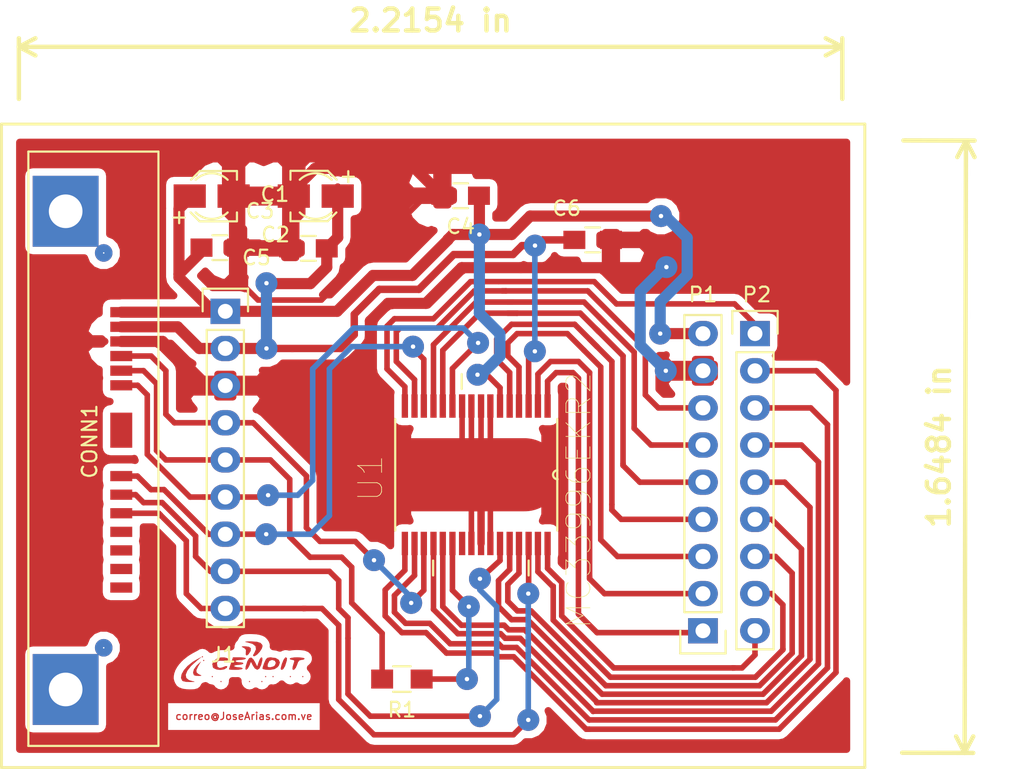
<source format=kicad_pcb>
(kicad_pcb (version 4) (host pcbnew 4.0.6-e0-6349~53~ubuntu14.04.1)

  (general
    (links 56)
    (no_connects 0)
    (area 0 0 0 0)
    (thickness 1.6)
    (drawings 7)
    (tracks 486)
    (zones 0)
    (modules 13)
    (nets 27)
  )

  (page A4)
  (layers
    (0 F.Cu signal)
    (31 B.Cu signal)
    (32 B.Adhes user)
    (33 F.Adhes user)
    (34 B.Paste user)
    (35 F.Paste user)
    (36 B.SilkS user)
    (37 F.SilkS user)
    (38 B.Mask user)
    (39 F.Mask user)
    (40 Dwgs.User user)
    (41 Cmts.User user)
    (42 Eco1.User user)
    (43 Eco2.User user)
    (44 Edge.Cuts user)
    (45 Margin user)
    (46 B.CrtYd user)
    (47 F.CrtYd user)
    (48 B.Fab user)
    (49 F.Fab user)
  )

  (setup
    (last_trace_width 0.381)
    (user_trace_width 0.35)
    (user_trace_width 0.381)
    (user_trace_width 0.5)
    (user_trace_width 0.508)
    (user_trace_width 0.635)
    (user_trace_width 0.762)
    (user_trace_width 1)
    (user_trace_width 5)
    (trace_clearance 0.2)
    (zone_clearance 0.6)
    (zone_45_only yes)
    (trace_min 0.2)
    (segment_width 0.2)
    (edge_width 0.15)
    (via_size 0.6)
    (via_drill 0.4)
    (via_min_size 0.4)
    (via_min_drill 0.3)
    (user_via 0.8 0.3)
    (user_via 1 0.3)
    (user_via 1.5 0.3)
    (uvia_size 0.3)
    (uvia_drill 0.1)
    (uvias_allowed no)
    (uvia_min_size 0.2)
    (uvia_min_drill 0.1)
    (pcb_text_width 0.3)
    (pcb_text_size 1.5 1.5)
    (mod_edge_width 0.15)
    (mod_text_size 1 1)
    (mod_text_width 0.15)
    (pad_size 1.524 1.524)
    (pad_drill 0.762)
    (pad_to_mask_clearance 0.2)
    (aux_axis_origin 0 0)
    (visible_elements 7FFFFFFF)
    (pcbplotparams
      (layerselection 0x00030_80000001)
      (usegerberextensions false)
      (excludeedgelayer true)
      (linewidth 0.100000)
      (plotframeref false)
      (viasonmask false)
      (mode 1)
      (useauxorigin false)
      (hpglpennumber 1)
      (hpglpenspeed 20)
      (hpglpendiameter 15)
      (hpglpenoverlay 2)
      (psnegative false)
      (psa4output false)
      (plotreference true)
      (plotvalue true)
      (plotinvisibletext false)
      (padsonsilk true)
      (subtractmaskfromsilk false)
      (outputformat 1)
      (mirror false)
      (drillshape 0)
      (scaleselection 1)
      (outputdirectory "/home/jarias/Escritorio/Pasantia/Desarrollo/Hardware /Cendit11713-v2/ArchivosGerber/VikingPortExpandeMC33996.Single/GerberFiles/"))
  )

  (net 0 "")
  (net 1 GNDPWR)
  (net 2 VPP)
  (net 3 VCC)
  (net 4 /PWM)
  (net 5 //RESET)
  (net 6 /SCLK)
  (net 7 /MISO)
  (net 8 /MOSI)
  (net 9 "Net-(R1-Pad1)")
  (net 10 /P0)
  (net 11 /P1)
  (net 12 /P2)
  (net 13 /P3)
  (net 14 /P4)
  (net 15 /P5)
  (net 16 /P6)
  (net 17 /P7)
  (net 18 /P8)
  (net 19 /P9)
  (net 20 /P10)
  (net 21 /P11)
  (net 22 /P12)
  (net 23 /P13)
  (net 24 /P14)
  (net 25 /P15)
  (net 26 //CS)

  (net_class Default "Esta es la clase de red por defecto."
    (clearance 0.2)
    (trace_width 0.25)
    (via_dia 0.6)
    (via_drill 0.4)
    (uvia_dia 0.3)
    (uvia_drill 0.1)
    (add_net //CS)
    (add_net //RESET)
    (add_net /MISO)
    (add_net /MOSI)
    (add_net /P0)
    (add_net /P1)
    (add_net /P10)
    (add_net /P11)
    (add_net /P12)
    (add_net /P13)
    (add_net /P14)
    (add_net /P15)
    (add_net /P2)
    (add_net /P3)
    (add_net /P4)
    (add_net /P5)
    (add_net /P6)
    (add_net /P7)
    (add_net /P8)
    (add_net /P9)
    (add_net /PWM)
    (add_net /SCLK)
    (add_net GNDPWR)
    (add_net "Net-(R1-Pad1)")
    (add_net VCC)
    (add_net VPP)
  )

  (module LibreriaKicad:MC33996EKR2 (layer F.Cu) (tedit 0) (tstamp 59DED7FF)
    (at 123.444 101.981 270)
    (path /59BAD405)
    (attr smd)
    (fp_text reference U1 (at 0.229001 7.22627 270) (layer F.SilkS)
      (effects (font (size 1.64288 1.64288) (thickness 0.05)))
    )
    (fp_text value MC33996EKR2 (at 1.75277 -7.01108 270) (layer F.SilkS)
      (effects (font (size 1.64016 1.64016) (thickness 0.05)))
    )
    (fp_line (start -5.8674 0.9906) (end -6.8834 0.9906) (layer F.SilkS) (width 0.1524))
    (fp_line (start 6.8834 2.9464) (end 5.8674 2.9464) (layer F.SilkS) (width 0.1524))
    (fp_line (start 6.8834 -3.5814) (end 5.8674 -3.5814) (layer F.SilkS) (width 0.1524))
    (fp_line (start -3.81 5.5372) (end 3.81 5.5372) (layer F.SilkS) (width 0.1524))
    (fp_line (start 3.81 -5.5372) (end -0.3048 -5.5372) (layer F.SilkS) (width 0.1524))
    (fp_line (start -0.3048 -5.5372) (end -3.81 -5.5372) (layer F.SilkS) (width 0.1524))
    (fp_arc (start 0 -5.5499) (end -0.3048 -5.5372) (angle -180) (layer F.SilkS) (width 0.1524))
    (fp_line (start -3.81 -4.699) (end -3.81 -5.0546) (layer Dwgs.User) (width 0))
    (fp_line (start -3.81 -5.0546) (end -5.1562 -5.0546) (layer Dwgs.User) (width 0))
    (fp_line (start -5.1562 -5.0546) (end -5.1562 -4.699) (layer Dwgs.User) (width 0))
    (fp_line (start -5.1562 -4.699) (end -3.81 -4.699) (layer Dwgs.User) (width 0))
    (fp_line (start -3.81 -4.0386) (end -3.81 -4.4196) (layer Dwgs.User) (width 0))
    (fp_line (start -3.81 -4.4196) (end -5.1562 -4.4196) (layer Dwgs.User) (width 0))
    (fp_line (start -5.1562 -4.4196) (end -5.1562 -4.0386) (layer Dwgs.User) (width 0))
    (fp_line (start -5.1562 -4.0386) (end -3.81 -4.0386) (layer Dwgs.User) (width 0))
    (fp_line (start -3.81 -3.3782) (end -3.81 -3.7592) (layer Dwgs.User) (width 0))
    (fp_line (start -3.81 -3.7592) (end -5.1562 -3.7592) (layer Dwgs.User) (width 0))
    (fp_line (start -5.1562 -3.7592) (end -5.1562 -3.3782) (layer Dwgs.User) (width 0))
    (fp_line (start -5.1562 -3.3782) (end -3.81 -3.3782) (layer Dwgs.User) (width 0))
    (fp_line (start -3.81 -2.7432) (end -3.81 -3.1242) (layer Dwgs.User) (width 0))
    (fp_line (start -3.81 -3.1242) (end -5.1562 -3.1242) (layer Dwgs.User) (width 0))
    (fp_line (start -5.1562 -3.1242) (end -5.1562 -2.7432) (layer Dwgs.User) (width 0))
    (fp_line (start -5.1562 -2.7432) (end -3.81 -2.7432) (layer Dwgs.User) (width 0))
    (fp_line (start -3.81 -2.0828) (end -3.81 -2.4638) (layer Dwgs.User) (width 0))
    (fp_line (start -3.81 -2.4638) (end -5.1562 -2.4638) (layer Dwgs.User) (width 0))
    (fp_line (start -5.1562 -2.4638) (end -5.1562 -2.0828) (layer Dwgs.User) (width 0))
    (fp_line (start -5.1562 -2.0828) (end -3.81 -2.0828) (layer Dwgs.User) (width 0))
    (fp_line (start -3.81 -1.4478) (end -3.81 -1.8034) (layer Dwgs.User) (width 0))
    (fp_line (start -3.81 -1.8034) (end -5.1562 -1.8034) (layer Dwgs.User) (width 0))
    (fp_line (start -5.1562 -1.8034) (end -5.1562 -1.4478) (layer Dwgs.User) (width 0))
    (fp_line (start -5.1562 -1.4478) (end -3.81 -1.4478) (layer Dwgs.User) (width 0))
    (fp_line (start -3.81 -0.7874) (end -3.81 -1.1684) (layer Dwgs.User) (width 0))
    (fp_line (start -3.81 -1.1684) (end -5.1562 -1.1684) (layer Dwgs.User) (width 0))
    (fp_line (start -5.1562 -1.1684) (end -5.1562 -0.7874) (layer Dwgs.User) (width 0))
    (fp_line (start -5.1562 -0.7874) (end -3.81 -0.7874) (layer Dwgs.User) (width 0))
    (fp_line (start -3.81 -0.127) (end -3.81 -0.508) (layer Dwgs.User) (width 0))
    (fp_line (start -3.81 -0.508) (end -5.1562 -0.508) (layer Dwgs.User) (width 0))
    (fp_line (start -5.1562 -0.508) (end -5.1562 -0.127) (layer Dwgs.User) (width 0))
    (fp_line (start -5.1562 -0.127) (end -3.81 -0.127) (layer Dwgs.User) (width 0))
    (fp_line (start -3.81 0.508) (end -3.81 0.127) (layer Dwgs.User) (width 0))
    (fp_line (start -3.81 0.127) (end -5.1562 0.127) (layer Dwgs.User) (width 0))
    (fp_line (start -5.1562 0.127) (end -5.1562 0.508) (layer Dwgs.User) (width 0))
    (fp_line (start -5.1562 0.508) (end -3.81 0.508) (layer Dwgs.User) (width 0))
    (fp_line (start -3.81 1.1684) (end -3.81 0.7874) (layer Dwgs.User) (width 0))
    (fp_line (start -3.81 0.7874) (end -5.1562 0.7874) (layer Dwgs.User) (width 0))
    (fp_line (start -5.1562 0.7874) (end -5.1562 1.1684) (layer Dwgs.User) (width 0))
    (fp_line (start -5.1562 1.1684) (end -3.81 1.1684) (layer Dwgs.User) (width 0))
    (fp_line (start -3.81 1.8034) (end -3.81 1.4478) (layer Dwgs.User) (width 0))
    (fp_line (start -3.81 1.4478) (end -5.1562 1.4478) (layer Dwgs.User) (width 0))
    (fp_line (start -5.1562 1.4478) (end -5.1562 1.8034) (layer Dwgs.User) (width 0))
    (fp_line (start -5.1562 1.8034) (end -3.81 1.8034) (layer Dwgs.User) (width 0))
    (fp_line (start -3.81 2.4638) (end -3.81 2.0828) (layer Dwgs.User) (width 0))
    (fp_line (start -3.81 2.0828) (end -5.1562 2.0828) (layer Dwgs.User) (width 0))
    (fp_line (start -5.1562 2.0828) (end -5.1562 2.4638) (layer Dwgs.User) (width 0))
    (fp_line (start -5.1562 2.4638) (end -3.81 2.4638) (layer Dwgs.User) (width 0))
    (fp_line (start -3.81 3.1242) (end -3.81 2.7432) (layer Dwgs.User) (width 0))
    (fp_line (start -3.81 2.7432) (end -5.1562 2.7432) (layer Dwgs.User) (width 0))
    (fp_line (start -5.1562 2.7432) (end -5.1562 3.1242) (layer Dwgs.User) (width 0))
    (fp_line (start -5.1562 3.1242) (end -3.81 3.1242) (layer Dwgs.User) (width 0))
    (fp_line (start -3.81 3.7592) (end -3.81 3.3782) (layer Dwgs.User) (width 0))
    (fp_line (start -3.81 3.3782) (end -5.1562 3.3782) (layer Dwgs.User) (width 0))
    (fp_line (start -5.1562 3.3782) (end -5.1562 3.7592) (layer Dwgs.User) (width 0))
    (fp_line (start -5.1562 3.7592) (end -3.81 3.7592) (layer Dwgs.User) (width 0))
    (fp_line (start -3.81 4.4196) (end -3.81 4.0386) (layer Dwgs.User) (width 0))
    (fp_line (start -3.81 4.0386) (end -5.1562 4.0386) (layer Dwgs.User) (width 0))
    (fp_line (start -5.1562 4.0386) (end -5.1562 4.4196) (layer Dwgs.User) (width 0))
    (fp_line (start -5.1562 4.4196) (end -3.81 4.4196) (layer Dwgs.User) (width 0))
    (fp_line (start -3.81 5.0546) (end -3.81 4.699) (layer Dwgs.User) (width 0))
    (fp_line (start -3.81 4.699) (end -5.1562 4.699) (layer Dwgs.User) (width 0))
    (fp_line (start -5.1562 4.699) (end -5.1562 5.0546) (layer Dwgs.User) (width 0))
    (fp_line (start -5.1562 5.0546) (end -3.81 5.0546) (layer Dwgs.User) (width 0))
    (fp_line (start 3.81 4.699) (end 3.81 5.0546) (layer Dwgs.User) (width 0))
    (fp_line (start 3.81 5.0546) (end 5.1562 5.0546) (layer Dwgs.User) (width 0))
    (fp_line (start 5.1562 5.0546) (end 5.1562 4.699) (layer Dwgs.User) (width 0))
    (fp_line (start 5.1562 4.699) (end 3.81 4.699) (layer Dwgs.User) (width 0))
    (fp_line (start 3.81 4.0386) (end 3.81 4.4196) (layer Dwgs.User) (width 0))
    (fp_line (start 3.81 4.4196) (end 5.1562 4.4196) (layer Dwgs.User) (width 0))
    (fp_line (start 5.1562 4.4196) (end 5.1562 4.0386) (layer Dwgs.User) (width 0))
    (fp_line (start 5.1562 4.0386) (end 3.81 4.0386) (layer Dwgs.User) (width 0))
    (fp_line (start 3.81 3.3782) (end 3.81 3.7592) (layer Dwgs.User) (width 0))
    (fp_line (start 3.81 3.7592) (end 5.1562 3.7592) (layer Dwgs.User) (width 0))
    (fp_line (start 5.1562 3.7592) (end 5.1562 3.3782) (layer Dwgs.User) (width 0))
    (fp_line (start 5.1562 3.3782) (end 3.81 3.3782) (layer Dwgs.User) (width 0))
    (fp_line (start 3.81 2.7432) (end 3.81 3.1242) (layer Dwgs.User) (width 0))
    (fp_line (start 3.81 3.1242) (end 5.1562 3.1242) (layer Dwgs.User) (width 0))
    (fp_line (start 5.1562 3.1242) (end 5.1562 2.7432) (layer Dwgs.User) (width 0))
    (fp_line (start 5.1562 2.7432) (end 3.81 2.7432) (layer Dwgs.User) (width 0))
    (fp_line (start 3.81 2.0828) (end 3.81 2.4638) (layer Dwgs.User) (width 0))
    (fp_line (start 3.81 2.4638) (end 5.1562 2.4638) (layer Dwgs.User) (width 0))
    (fp_line (start 5.1562 2.4638) (end 5.1562 2.0828) (layer Dwgs.User) (width 0))
    (fp_line (start 5.1562 2.0828) (end 3.81 2.0828) (layer Dwgs.User) (width 0))
    (fp_line (start 3.81 1.4478) (end 3.81 1.8034) (layer Dwgs.User) (width 0))
    (fp_line (start 3.81 1.8034) (end 5.1562 1.8034) (layer Dwgs.User) (width 0))
    (fp_line (start 5.1562 1.8034) (end 5.1562 1.4478) (layer Dwgs.User) (width 0))
    (fp_line (start 5.1562 1.4478) (end 3.81 1.4478) (layer Dwgs.User) (width 0))
    (fp_line (start 3.81 0.7874) (end 3.81 1.1684) (layer Dwgs.User) (width 0))
    (fp_line (start 3.81 1.1684) (end 5.1562 1.1684) (layer Dwgs.User) (width 0))
    (fp_line (start 5.1562 1.1684) (end 5.1562 0.7874) (layer Dwgs.User) (width 0))
    (fp_line (start 5.1562 0.7874) (end 3.81 0.7874) (layer Dwgs.User) (width 0))
    (fp_line (start 3.81 0.127) (end 3.81 0.508) (layer Dwgs.User) (width 0))
    (fp_line (start 3.81 0.508) (end 5.1562 0.508) (layer Dwgs.User) (width 0))
    (fp_line (start 5.1562 0.508) (end 5.1562 0.127) (layer Dwgs.User) (width 0))
    (fp_line (start 5.1562 0.127) (end 3.81 0.127) (layer Dwgs.User) (width 0))
    (fp_line (start 3.81 -0.508) (end 3.81 -0.127) (layer Dwgs.User) (width 0))
    (fp_line (start 3.81 -0.127) (end 5.1562 -0.127) (layer Dwgs.User) (width 0))
    (fp_line (start 5.1562 -0.127) (end 5.1562 -0.508) (layer Dwgs.User) (width 0))
    (fp_line (start 5.1562 -0.508) (end 3.81 -0.508) (layer Dwgs.User) (width 0))
    (fp_line (start 3.81 -1.1684) (end 3.81 -0.7874) (layer Dwgs.User) (width 0))
    (fp_line (start 3.81 -0.7874) (end 5.1562 -0.7874) (layer Dwgs.User) (width 0))
    (fp_line (start 5.1562 -0.7874) (end 5.1562 -1.1684) (layer Dwgs.User) (width 0))
    (fp_line (start 5.1562 -1.1684) (end 3.81 -1.1684) (layer Dwgs.User) (width 0))
    (fp_line (start 3.81 -1.8034) (end 3.81 -1.4478) (layer Dwgs.User) (width 0))
    (fp_line (start 3.81 -1.4478) (end 5.1562 -1.4478) (layer Dwgs.User) (width 0))
    (fp_line (start 5.1562 -1.4478) (end 5.1562 -1.8034) (layer Dwgs.User) (width 0))
    (fp_line (start 5.1562 -1.8034) (end 3.81 -1.8034) (layer Dwgs.User) (width 0))
    (fp_line (start 3.81 -2.4638) (end 3.81 -2.0828) (layer Dwgs.User) (width 0))
    (fp_line (start 3.81 -2.0828) (end 5.1562 -2.0828) (layer Dwgs.User) (width 0))
    (fp_line (start 5.1562 -2.0828) (end 5.1562 -2.4638) (layer Dwgs.User) (width 0))
    (fp_line (start 5.1562 -2.4638) (end 3.81 -2.4638) (layer Dwgs.User) (width 0))
    (fp_line (start 3.81 -3.1242) (end 3.81 -2.7432) (layer Dwgs.User) (width 0))
    (fp_line (start 3.81 -2.7432) (end 5.1562 -2.7432) (layer Dwgs.User) (width 0))
    (fp_line (start 5.1562 -2.7432) (end 5.1562 -3.1242) (layer Dwgs.User) (width 0))
    (fp_line (start 5.1562 -3.1242) (end 3.81 -3.1242) (layer Dwgs.User) (width 0))
    (fp_line (start 3.81 -3.7592) (end 3.81 -3.3782) (layer Dwgs.User) (width 0))
    (fp_line (start 3.81 -3.3782) (end 5.1562 -3.3782) (layer Dwgs.User) (width 0))
    (fp_line (start 5.1562 -3.3782) (end 5.1562 -3.7592) (layer Dwgs.User) (width 0))
    (fp_line (start 5.1562 -3.7592) (end 3.81 -3.7592) (layer Dwgs.User) (width 0))
    (fp_line (start 3.81 -4.4196) (end 3.81 -4.0386) (layer Dwgs.User) (width 0))
    (fp_line (start 3.81 -4.0386) (end 5.1562 -4.0386) (layer Dwgs.User) (width 0))
    (fp_line (start 5.1562 -4.0386) (end 5.1562 -4.4196) (layer Dwgs.User) (width 0))
    (fp_line (start 5.1562 -4.4196) (end 3.81 -4.4196) (layer Dwgs.User) (width 0))
    (fp_line (start 3.81 -5.0546) (end 3.81 -4.699) (layer Dwgs.User) (width 0))
    (fp_line (start 3.81 -4.699) (end 5.1562 -4.699) (layer Dwgs.User) (width 0))
    (fp_line (start 5.1562 -4.699) (end 5.1562 -5.0546) (layer Dwgs.User) (width 0))
    (fp_line (start 5.1562 -5.0546) (end 3.81 -5.0546) (layer Dwgs.User) (width 0))
    (fp_line (start -3.81 5.5372) (end 3.81 5.5372) (layer Dwgs.User) (width 0))
    (fp_line (start 3.81 5.5372) (end 3.81 -5.5372) (layer Dwgs.User) (width 0))
    (fp_line (start 3.81 -5.5372) (end -0.3048 -5.5372) (layer Dwgs.User) (width 0))
    (fp_line (start -0.3048 -5.5372) (end -3.81 -5.5372) (layer Dwgs.User) (width 0))
    (fp_line (start -3.81 -5.5372) (end -3.81 5.5372) (layer Dwgs.User) (width 0))
    (fp_arc (start 0 -5.5499) (end -0.3048 -5.5372) (angle -180) (layer Dwgs.User) (width 0))
    (pad 1 smd rect (at -4.699 -4.8768 270) (size 1.6002 0.4318) (layers F.Cu F.Paste F.Mask)
      (net 10 /P0))
    (pad 2 smd rect (at -4.699 -4.2164 270) (size 1.6002 0.4318) (layers F.Cu F.Paste F.Mask)
      (net 11 /P1))
    (pad 3 smd rect (at -4.699 -3.5814 270) (size 1.6002 0.4318) (layers F.Cu F.Paste F.Mask)
      (net 3 VCC))
    (pad 4 smd rect (at -4.699 -2.921 270) (size 1.6002 0.4318) (layers F.Cu F.Paste F.Mask)
      (net 12 /P2))
    (pad 5 smd rect (at -4.699 -2.286 270) (size 1.6002 0.4318) (layers F.Cu F.Paste F.Mask)
      (net 13 /P3))
    (pad 6 smd rect (at -4.699 -1.6256 270) (size 1.6002 0.4318) (layers F.Cu F.Paste F.Mask)
      (net 2 VPP))
    (pad 7 smd rect (at -4.699 -0.9652 270) (size 1.6002 0.4318) (layers F.Cu F.Paste F.Mask)
      (net 1 GNDPWR))
    (pad 8 smd rect (at -4.699 -0.3302 270) (size 1.6002 0.4318) (layers F.Cu F.Paste F.Mask)
      (net 1 GNDPWR))
    (pad 9 smd rect (at -4.699 0.3302 270) (size 1.6002 0.4318) (layers F.Cu F.Paste F.Mask)
      (net 1 GNDPWR))
    (pad 10 smd rect (at -4.699 0.9652 270) (size 1.6002 0.4318) (layers F.Cu F.Paste F.Mask)
      (net 1 GNDPWR))
    (pad 11 smd rect (at -4.699 1.6256 270) (size 1.6002 0.4318) (layers F.Cu F.Paste F.Mask)
      (net 6 /SCLK))
    (pad 12 smd rect (at -4.699 2.286 270) (size 1.6002 0.4318) (layers F.Cu F.Paste F.Mask)
      (net 14 /P4))
    (pad 13 smd rect (at -4.699 2.921 270) (size 1.6002 0.4318) (layers F.Cu F.Paste F.Mask)
      (net 15 /P5))
    (pad 14 smd rect (at -4.699 3.5814 270) (size 1.6002 0.4318) (layers F.Cu F.Paste F.Mask)
      (net 26 //CS))
    (pad 15 smd rect (at -4.699 4.2164 270) (size 1.6002 0.4318) (layers F.Cu F.Paste F.Mask)
      (net 16 /P6))
    (pad 16 smd rect (at -4.699 4.8768 270) (size 1.6002 0.4318) (layers F.Cu F.Paste F.Mask)
      (net 17 /P7))
    (pad 17 smd rect (at 4.699 4.8768 270) (size 1.6002 0.4318) (layers F.Cu F.Paste F.Mask)
      (net 18 /P8))
    (pad 18 smd rect (at 4.699 4.2164 270) (size 1.6002 0.4318) (layers F.Cu F.Paste F.Mask)
      (net 19 /P9))
    (pad 19 smd rect (at 4.699 3.5814 270) (size 1.6002 0.4318) (layers F.Cu F.Paste F.Mask)
      (net 8 /MOSI))
    (pad 20 smd rect (at 4.699 2.921 270) (size 1.6002 0.4318) (layers F.Cu F.Paste F.Mask)
      (net 20 /P10))
    (pad 21 smd rect (at 4.699 2.286 270) (size 1.6002 0.4318) (layers F.Cu F.Paste F.Mask)
      (net 21 /P11))
    (pad 22 smd rect (at 4.699 1.6256 270) (size 1.6002 0.4318) (layers F.Cu F.Paste F.Mask)
      (net 9 "Net-(R1-Pad1)"))
    (pad 23 smd rect (at 4.699 0.9652 270) (size 1.6002 0.4318) (layers F.Cu F.Paste F.Mask))
    (pad 24 smd rect (at 4.699 0.3302 270) (size 1.6002 0.4318) (layers F.Cu F.Paste F.Mask)
      (net 1 GNDPWR))
    (pad 25 smd rect (at 4.699 -0.3302 270) (size 1.6002 0.4318) (layers F.Cu F.Paste F.Mask)
      (net 1 GNDPWR))
    (pad 26 smd rect (at 4.699 -0.9652 270) (size 1.6002 0.4318) (layers F.Cu F.Paste F.Mask)
      (net 1 GNDPWR))
    (pad 27 smd rect (at 4.699 -1.6256 270) (size 1.6002 0.4318) (layers F.Cu F.Paste F.Mask)
      (net 5 //RESET))
    (pad 28 smd rect (at 4.699 -2.286 270) (size 1.6002 0.4318) (layers F.Cu F.Paste F.Mask)
      (net 22 /P12))
    (pad 29 smd rect (at 4.699 -2.921 270) (size 1.6002 0.4318) (layers F.Cu F.Paste F.Mask)
      (net 23 /P13))
    (pad 30 smd rect (at 4.699 -3.5814 270) (size 1.6002 0.4318) (layers F.Cu F.Paste F.Mask)
      (net 4 /PWM))
    (pad 31 smd rect (at 4.699 -4.2164 270) (size 1.6002 0.4318) (layers F.Cu F.Paste F.Mask)
      (net 24 /P14))
    (pad 32 smd rect (at 4.699 -4.8768 270) (size 1.6002 0.4318) (layers F.Cu F.Paste F.Mask)
      (net 25 /P15))
    (pad 33 smd rect (at 0 0 270) (size 4.8006 5.8928) (layers F.Cu F.Paste F.Mask)
      (net 1 GNDPWR))
  )

  (module Capacitors_SMD:c_elec_3x5.3 (layer F.Cu) (tedit 59E3DD50) (tstamp 59DED752)
    (at 105.365 82.925)
    (descr "SMT capacitor, aluminium electrolytic, 3x5.3")
    (path /59BB0FF4)
    (attr smd)
    (fp_text reference C1 (at 4.318 -0.127) (layer F.SilkS)
      (effects (font (size 1 1) (thickness 0.15)))
    )
    (fp_text value 10uF (at 4.953 1.397) (layer F.Fab)
      (effects (font (size 1 1) (thickness 0.15)))
    )
    (fp_line (start -1.5621 -0.7493) (end -1.5621 0.7747) (layer F.Fab) (width 0.15))
    (fp_line (start -0.7493 -1.5621) (end -1.5621 -0.7493) (layer F.Fab) (width 0.15))
    (fp_line (start -0.762 1.5748) (end -1.5621 0.7747) (layer F.Fab) (width 0.15))
    (fp_line (start 1.5748 1.5748) (end 1.5748 -1.5621) (layer F.Fab) (width 0.15))
    (fp_line (start 1.5621 1.5748) (end -0.762 1.5748) (layer F.Fab) (width 0.15))
    (fp_line (start 1.5748 -1.5621) (end -0.7493 -1.5621) (layer F.Fab) (width 0.15))
    (fp_line (start -0.8255 1.7272) (end -1.4351 1.1176) (layer F.SilkS) (width 0.15))
    (fp_line (start 1.7272 1.7272) (end 1.7272 1.1176) (layer F.SilkS) (width 0.15))
    (fp_line (start -0.8128 -1.7145) (end -1.4097 -1.1176) (layer F.SilkS) (width 0.15))
    (fp_line (start 1.7272 -1.7145) (end 1.7272 -1.1176) (layer F.SilkS) (width 0.15))
    (fp_text user + (at -0.9398 -0.0762) (layer F.Fab)
      (effects (font (size 1 1) (thickness 0.15)))
    )
    (fp_text user + (at -2.2225 1.397) (layer F.SilkS)
      (effects (font (size 1 1) (thickness 0.15)))
    )
    (fp_arc (start 0 0) (end -1.0922 -1.1176) (angle 88.7) (layer F.SilkS) (width 0.15))
    (fp_arc (start 0 0) (end 1.0922 1.1176) (angle 88.7) (layer F.SilkS) (width 0.15))
    (fp_line (start -2.8 2.05) (end 2.8 2.05) (layer F.CrtYd) (width 0.05))
    (fp_line (start 2.8 2.05) (end 2.8 -2.05) (layer F.CrtYd) (width 0.05))
    (fp_line (start 2.8 -2.05) (end -2.8 -2.05) (layer F.CrtYd) (width 0.05))
    (fp_line (start -2.8 -2.05) (end -2.8 2.05) (layer F.CrtYd) (width 0.05))
    (fp_line (start -0.8255 1.7272) (end 1.7145 1.7272) (layer F.SilkS) (width 0.15))
    (fp_line (start 1.7272 -1.7145) (end -0.8128 -1.7145) (layer F.SilkS) (width 0.15))
    (pad 2 smd rect (at 1.5 0) (size 2.2 1.6) (layers F.Cu F.Paste F.Mask)
      (net 1 GNDPWR))
    (pad 1 smd rect (at -1.5 0) (size 2.2 1.6) (layers F.Cu F.Paste F.Mask)
      (net 2 VPP))
    (model Capacitors_SMD.3dshapes/c_elec_3x5.3.wrl
      (at (xyz 0 0 0))
      (scale (xyz 1 1 1))
      (rotate (xyz 0 0 180))
    )
  )

  (module Capacitors_SMD:C_0805_HandSoldering (layer F.Cu) (tedit 59E3DD4C) (tstamp 59DED758)
    (at 105.92 86.45)
    (descr "Capacitor SMD 0805, hand soldering")
    (tags "capacitor 0805")
    (path /59BB1591)
    (attr smd)
    (fp_text reference C2 (at 3.81 -0.889) (layer F.SilkS)
      (effects (font (size 1 1) (thickness 0.15)))
    )
    (fp_text value 0.1uF (at 4.699 0.635) (layer F.Fab)
      (effects (font (size 1 1) (thickness 0.15)))
    )
    (fp_line (start -1 0.625) (end -1 -0.625) (layer F.Fab) (width 0.15))
    (fp_line (start 1 0.625) (end -1 0.625) (layer F.Fab) (width 0.15))
    (fp_line (start 1 -0.625) (end 1 0.625) (layer F.Fab) (width 0.15))
    (fp_line (start -1 -0.625) (end 1 -0.625) (layer F.Fab) (width 0.15))
    (fp_line (start -2.3 -1) (end 2.3 -1) (layer F.CrtYd) (width 0.05))
    (fp_line (start -2.3 1) (end 2.3 1) (layer F.CrtYd) (width 0.05))
    (fp_line (start -2.3 -1) (end -2.3 1) (layer F.CrtYd) (width 0.05))
    (fp_line (start 2.3 -1) (end 2.3 1) (layer F.CrtYd) (width 0.05))
    (fp_line (start 0.5 -0.85) (end -0.5 -0.85) (layer F.SilkS) (width 0.15))
    (fp_line (start -0.5 0.85) (end 0.5 0.85) (layer F.SilkS) (width 0.15))
    (pad 1 smd rect (at -1.25 0) (size 1.5 1.25) (layers F.Cu F.Paste F.Mask)
      (net 2 VPP))
    (pad 2 smd rect (at 1.25 0) (size 1.5 1.25) (layers F.Cu F.Paste F.Mask)
      (net 1 GNDPWR))
    (model Capacitors_SMD.3dshapes/C_0805_HandSoldering.wrl
      (at (xyz 0 0 0))
      (scale (xyz 1 1 1))
      (rotate (xyz 0 0 0))
    )
  )

  (module Capacitors_SMD:c_elec_3x5.3 (layer F.Cu) (tedit 59E3DD7D) (tstamp 59DED75E)
    (at 112.477 82.925 180)
    (descr "SMT capacitor, aluminium electrolytic, 3x5.3")
    (path /59DD3E8B)
    (attr smd)
    (fp_text reference C3 (at 3.81 -1.016 180) (layer F.SilkS)
      (effects (font (size 1 1) (thickness 0.15)))
    )
    (fp_text value 10uF (at 4.953 0.762 180) (layer F.Fab)
      (effects (font (size 1 1) (thickness 0.15)))
    )
    (fp_line (start -1.5621 -0.7493) (end -1.5621 0.7747) (layer F.Fab) (width 0.15))
    (fp_line (start -0.7493 -1.5621) (end -1.5621 -0.7493) (layer F.Fab) (width 0.15))
    (fp_line (start -0.762 1.5748) (end -1.5621 0.7747) (layer F.Fab) (width 0.15))
    (fp_line (start 1.5748 1.5748) (end 1.5748 -1.5621) (layer F.Fab) (width 0.15))
    (fp_line (start 1.5621 1.5748) (end -0.762 1.5748) (layer F.Fab) (width 0.15))
    (fp_line (start 1.5748 -1.5621) (end -0.7493 -1.5621) (layer F.Fab) (width 0.15))
    (fp_line (start -0.8255 1.7272) (end -1.4351 1.1176) (layer F.SilkS) (width 0.15))
    (fp_line (start 1.7272 1.7272) (end 1.7272 1.1176) (layer F.SilkS) (width 0.15))
    (fp_line (start -0.8128 -1.7145) (end -1.4097 -1.1176) (layer F.SilkS) (width 0.15))
    (fp_line (start 1.7272 -1.7145) (end 1.7272 -1.1176) (layer F.SilkS) (width 0.15))
    (fp_text user + (at -0.9398 -0.0762 180) (layer F.Fab)
      (effects (font (size 1 1) (thickness 0.15)))
    )
    (fp_text user + (at -2.2225 1.397 180) (layer F.SilkS)
      (effects (font (size 1 1) (thickness 0.15)))
    )
    (fp_arc (start 0 0) (end -1.0922 -1.1176) (angle 88.7) (layer F.SilkS) (width 0.15))
    (fp_arc (start 0 0) (end 1.0922 1.1176) (angle 88.7) (layer F.SilkS) (width 0.15))
    (fp_line (start -2.8 2.05) (end 2.8 2.05) (layer F.CrtYd) (width 0.05))
    (fp_line (start 2.8 2.05) (end 2.8 -2.05) (layer F.CrtYd) (width 0.05))
    (fp_line (start 2.8 -2.05) (end -2.8 -2.05) (layer F.CrtYd) (width 0.05))
    (fp_line (start -2.8 -2.05) (end -2.8 2.05) (layer F.CrtYd) (width 0.05))
    (fp_line (start -0.8255 1.7272) (end 1.7145 1.7272) (layer F.SilkS) (width 0.15))
    (fp_line (start 1.7272 -1.7145) (end -0.8128 -1.7145) (layer F.SilkS) (width 0.15))
    (pad 2 smd rect (at 1.5 0 180) (size 2.2 1.6) (layers F.Cu F.Paste F.Mask)
      (net 1 GNDPWR))
    (pad 1 smd rect (at -1.5 0 180) (size 2.2 1.6) (layers F.Cu F.Paste F.Mask)
      (net 3 VCC))
    (model Capacitors_SMD.3dshapes/c_elec_3x5.3.wrl
      (at (xyz 0 0 0))
      (scale (xyz 1 1 1))
      (rotate (xyz 0 0 180))
    )
  )

  (module Capacitors_SMD:C_0805_HandSoldering (layer F.Cu) (tedit 59E3DD81) (tstamp 59DED76A)
    (at 111.98 86.5 180)
    (descr "Capacitor SMD 0805, hand soldering")
    (tags "capacitor 0805")
    (path /59BB13CD)
    (attr smd)
    (fp_text reference C5 (at 3.556 -0.635 180) (layer F.SilkS)
      (effects (font (size 1 1) (thickness 0.15)))
    )
    (fp_text value 0.1uF (at 4.953 0.635 180) (layer F.Fab)
      (effects (font (size 1 1) (thickness 0.15)))
    )
    (fp_line (start -1 0.625) (end -1 -0.625) (layer F.Fab) (width 0.15))
    (fp_line (start 1 0.625) (end -1 0.625) (layer F.Fab) (width 0.15))
    (fp_line (start 1 -0.625) (end 1 0.625) (layer F.Fab) (width 0.15))
    (fp_line (start -1 -0.625) (end 1 -0.625) (layer F.Fab) (width 0.15))
    (fp_line (start -2.3 -1) (end 2.3 -1) (layer F.CrtYd) (width 0.05))
    (fp_line (start -2.3 1) (end 2.3 1) (layer F.CrtYd) (width 0.05))
    (fp_line (start -2.3 -1) (end -2.3 1) (layer F.CrtYd) (width 0.05))
    (fp_line (start 2.3 -1) (end 2.3 1) (layer F.CrtYd) (width 0.05))
    (fp_line (start 0.5 -0.85) (end -0.5 -0.85) (layer F.SilkS) (width 0.15))
    (fp_line (start -0.5 0.85) (end 0.5 0.85) (layer F.SilkS) (width 0.15))
    (pad 1 smd rect (at -1.25 0 180) (size 1.5 1.25) (layers F.Cu F.Paste F.Mask)
      (net 3 VCC))
    (pad 2 smd rect (at 1.25 0 180) (size 1.5 1.25) (layers F.Cu F.Paste F.Mask)
      (net 1 GNDPWR))
    (model Capacitors_SMD.3dshapes/C_0805_HandSoldering.wrl
      (at (xyz 0 0 0))
      (scale (xyz 1 1 1))
      (rotate (xyz 0 0 0))
    )
  )

  (module Capacitors_SMD:C_0805_HandSoldering (layer F.Cu) (tedit 59DEE71A) (tstamp 59DED770)
    (at 131.4 85.92)
    (descr "Capacitor SMD 0805, hand soldering")
    (tags "capacitor 0805")
    (path /59E3E181)
    (attr smd)
    (fp_text reference C6 (at -1.778 -2.159) (layer F.SilkS)
      (effects (font (size 1 1) (thickness 0.15)))
    )
    (fp_text value 0.1uF (at 1.651 -2.159) (layer F.Fab)
      (effects (font (size 1 1) (thickness 0.15)))
    )
    (fp_line (start -1 0.625) (end -1 -0.625) (layer F.Fab) (width 0.15))
    (fp_line (start 1 0.625) (end -1 0.625) (layer F.Fab) (width 0.15))
    (fp_line (start 1 -0.625) (end 1 0.625) (layer F.Fab) (width 0.15))
    (fp_line (start -1 -0.625) (end 1 -0.625) (layer F.Fab) (width 0.15))
    (fp_line (start -2.3 -1) (end 2.3 -1) (layer F.CrtYd) (width 0.05))
    (fp_line (start -2.3 1) (end 2.3 1) (layer F.CrtYd) (width 0.05))
    (fp_line (start -2.3 -1) (end -2.3 1) (layer F.CrtYd) (width 0.05))
    (fp_line (start 2.3 -1) (end 2.3 1) (layer F.CrtYd) (width 0.05))
    (fp_line (start 0.5 -0.85) (end -0.5 -0.85) (layer F.SilkS) (width 0.15))
    (fp_line (start -0.5 0.85) (end 0.5 0.85) (layer F.SilkS) (width 0.15))
    (pad 1 smd rect (at -1.25 0) (size 1.5 1.25) (layers F.Cu F.Paste F.Mask)
      (net 3 VCC))
    (pad 2 smd rect (at 1.25 0) (size 1.5 1.25) (layers F.Cu F.Paste F.Mask)
      (net 1 GNDPWR))
    (model Capacitors_SMD.3dshapes/C_0805_HandSoldering.wrl
      (at (xyz 0 0 0))
      (scale (xyz 1 1 1))
      (rotate (xyz 0 0 0))
    )
  )

  (module Pin_Headers:Pin_Header_Straight_1x09 (layer F.Cu) (tedit 59DFF5C0) (tstamp 59DED7A7)
    (at 138.938 112.649 180)
    (descr "Through hole pin header")
    (tags "pin header")
    (path /59DED448)
    (fp_text reference P1 (at 0 22.987 180) (layer F.SilkS)
      (effects (font (size 1 1) (thickness 0.15)))
    )
    (fp_text value VIKING_HEADER_9P (at 2.667 9.652 270) (layer F.Fab)
      (effects (font (size 1 1) (thickness 0.15)))
    )
    (fp_line (start -1.75 -1.75) (end -1.75 22.1) (layer F.CrtYd) (width 0.05))
    (fp_line (start 1.75 -1.75) (end 1.75 22.1) (layer F.CrtYd) (width 0.05))
    (fp_line (start -1.75 -1.75) (end 1.75 -1.75) (layer F.CrtYd) (width 0.05))
    (fp_line (start -1.75 22.1) (end 1.75 22.1) (layer F.CrtYd) (width 0.05))
    (fp_line (start 1.27 1.27) (end 1.27 21.59) (layer F.SilkS) (width 0.15))
    (fp_line (start 1.27 21.59) (end -1.27 21.59) (layer F.SilkS) (width 0.15))
    (fp_line (start -1.27 21.59) (end -1.27 1.27) (layer F.SilkS) (width 0.15))
    (fp_line (start 1.55 -1.55) (end 1.55 0) (layer F.SilkS) (width 0.15))
    (fp_line (start 1.27 1.27) (end -1.27 1.27) (layer F.SilkS) (width 0.15))
    (fp_line (start -1.55 0) (end -1.55 -1.55) (layer F.SilkS) (width 0.15))
    (fp_line (start -1.55 -1.55) (end 1.55 -1.55) (layer F.SilkS) (width 0.15))
    (pad 1 thru_hole rect (at 0 0 180) (size 2.032 1.7272) (drill 1.016) (layers *.Cu *.Mask)
      (net 10 /P0))
    (pad 2 thru_hole oval (at 0 2.54 180) (size 2.032 1.7272) (drill 1.016) (layers *.Cu *.Mask)
      (net 11 /P1))
    (pad 3 thru_hole oval (at 0 5.08 180) (size 2.032 1.7272) (drill 1.016) (layers *.Cu *.Mask)
      (net 12 /P2))
    (pad 4 thru_hole oval (at 0 7.62 180) (size 2.032 1.7272) (drill 1.016) (layers *.Cu *.Mask)
      (net 13 /P3))
    (pad 5 thru_hole oval (at 0 10.16 180) (size 2.032 1.7272) (drill 1.016) (layers *.Cu *.Mask)
      (net 14 /P4))
    (pad 6 thru_hole oval (at 0 12.7 180) (size 2.032 1.7272) (drill 1.016) (layers *.Cu *.Mask)
      (net 15 /P5))
    (pad 7 thru_hole oval (at 0 15.24 180) (size 2.032 1.7272) (drill 1.016) (layers *.Cu *.Mask)
      (net 16 /P6))
    (pad 8 thru_hole oval (at 0 17.78 180) (size 2.032 1.7272) (drill 1.016) (layers *.Cu *.Mask)
      (net 1 GNDPWR))
    (pad 9 thru_hole oval (at 0 20.32 180) (size 2.032 1.7272) (drill 1.016) (layers *.Cu *.Mask)
      (net 2 VPP))
    (model Pin_Headers.3dshapes/Pin_Header_Straight_1x09.wrl
      (at (xyz 0 -0.4 0))
      (scale (xyz 1 1 1))
      (rotate (xyz 0 0 90))
    )
  )

  (module Pin_Headers:Pin_Header_Straight_1x09 (layer F.Cu) (tedit 59DFF5BB) (tstamp 59DED7B4)
    (at 142.494 92.329)
    (descr "Through hole pin header")
    (tags "pin header")
    (path /59DED4A7)
    (fp_text reference P2 (at 0.127 -2.667) (layer F.SilkS)
      (effects (font (size 1 1) (thickness 0.15)))
    )
    (fp_text value VIKING_HEADER_9P (at 2.794 10.541 90) (layer F.Fab)
      (effects (font (size 1 1) (thickness 0.15)))
    )
    (fp_line (start -1.75 -1.75) (end -1.75 22.1) (layer F.CrtYd) (width 0.05))
    (fp_line (start 1.75 -1.75) (end 1.75 22.1) (layer F.CrtYd) (width 0.05))
    (fp_line (start -1.75 -1.75) (end 1.75 -1.75) (layer F.CrtYd) (width 0.05))
    (fp_line (start -1.75 22.1) (end 1.75 22.1) (layer F.CrtYd) (width 0.05))
    (fp_line (start 1.27 1.27) (end 1.27 21.59) (layer F.SilkS) (width 0.15))
    (fp_line (start 1.27 21.59) (end -1.27 21.59) (layer F.SilkS) (width 0.15))
    (fp_line (start -1.27 21.59) (end -1.27 1.27) (layer F.SilkS) (width 0.15))
    (fp_line (start 1.55 -1.55) (end 1.55 0) (layer F.SilkS) (width 0.15))
    (fp_line (start 1.27 1.27) (end -1.27 1.27) (layer F.SilkS) (width 0.15))
    (fp_line (start -1.55 0) (end -1.55 -1.55) (layer F.SilkS) (width 0.15))
    (fp_line (start -1.55 -1.55) (end 1.55 -1.55) (layer F.SilkS) (width 0.15))
    (pad 1 thru_hole rect (at 0 0) (size 2.032 1.7272) (drill 1.016) (layers *.Cu *.Mask)
      (net 17 /P7))
    (pad 2 thru_hole oval (at 0 2.54) (size 2.032 1.7272) (drill 1.016) (layers *.Cu *.Mask)
      (net 18 /P8))
    (pad 3 thru_hole oval (at 0 5.08) (size 2.032 1.7272) (drill 1.016) (layers *.Cu *.Mask)
      (net 19 /P9))
    (pad 4 thru_hole oval (at 0 7.62) (size 2.032 1.7272) (drill 1.016) (layers *.Cu *.Mask)
      (net 20 /P10))
    (pad 5 thru_hole oval (at 0 10.16) (size 2.032 1.7272) (drill 1.016) (layers *.Cu *.Mask)
      (net 21 /P11))
    (pad 6 thru_hole oval (at 0 12.7) (size 2.032 1.7272) (drill 1.016) (layers *.Cu *.Mask)
      (net 22 /P12))
    (pad 7 thru_hole oval (at 0 15.24) (size 2.032 1.7272) (drill 1.016) (layers *.Cu *.Mask)
      (net 23 /P13))
    (pad 8 thru_hole oval (at 0 17.78) (size 2.032 1.7272) (drill 1.016) (layers *.Cu *.Mask)
      (net 24 /P14))
    (pad 9 thru_hole oval (at 0 20.32) (size 2.032 1.7272) (drill 1.016) (layers *.Cu *.Mask)
      (net 25 /P15))
    (model Pin_Headers.3dshapes/Pin_Header_Straight_1x09.wrl
      (at (xyz 0 -0.4 0))
      (scale (xyz 1 1 1))
      (rotate (xyz 0 0 90))
    )
  )

  (module Resistors_SMD:R_0805_HandSoldering (layer F.Cu) (tedit 58307B90) (tstamp 59DED7D4)
    (at 118.364 115.951 180)
    (descr "Resistor SMD 0805, hand soldering")
    (tags "resistor 0805")
    (path /59DED0AD)
    (attr smd)
    (fp_text reference R1 (at 0 -2.1 180) (layer F.SilkS)
      (effects (font (size 1 1) (thickness 0.15)))
    )
    (fp_text value RL (at 0 2.1 180) (layer F.Fab)
      (effects (font (size 1 1) (thickness 0.15)))
    )
    (fp_line (start -1 0.625) (end -1 -0.625) (layer F.Fab) (width 0.1))
    (fp_line (start 1 0.625) (end -1 0.625) (layer F.Fab) (width 0.1))
    (fp_line (start 1 -0.625) (end 1 0.625) (layer F.Fab) (width 0.1))
    (fp_line (start -1 -0.625) (end 1 -0.625) (layer F.Fab) (width 0.1))
    (fp_line (start -2.4 -1) (end 2.4 -1) (layer F.CrtYd) (width 0.05))
    (fp_line (start -2.4 1) (end 2.4 1) (layer F.CrtYd) (width 0.05))
    (fp_line (start -2.4 -1) (end -2.4 1) (layer F.CrtYd) (width 0.05))
    (fp_line (start 2.4 -1) (end 2.4 1) (layer F.CrtYd) (width 0.05))
    (fp_line (start 0.6 0.875) (end -0.6 0.875) (layer F.SilkS) (width 0.15))
    (fp_line (start -0.6 -0.875) (end 0.6 -0.875) (layer F.SilkS) (width 0.15))
    (pad 1 smd rect (at -1.35 0 180) (size 1.5 1.3) (layers F.Cu F.Paste F.Mask)
      (net 9 "Net-(R1-Pad1)"))
    (pad 2 smd rect (at 1.35 0 180) (size 1.5 1.3) (layers F.Cu F.Paste F.Mask)
      (net 7 /MISO))
    (model Resistors_SMD.3dshapes/R_0805_HandSoldering.wrl
      (at (xyz 0 0 0))
      (scale (xyz 1 1 1))
      (rotate (xyz 0 0 0))
    )
  )

  (module Capacitors_SMD:C_0805_HandSoldering (layer F.Cu) (tedit 541A9B8D) (tstamp 59DED764)
    (at 122.38 82.9 180)
    (descr "Capacitor SMD 0805, hand soldering")
    (tags "capacitor 0805")
    (path /59BB0C99)
    (attr smd)
    (fp_text reference C4 (at 0 -2.1 180) (layer F.SilkS)
      (effects (font (size 1 1) (thickness 0.15)))
    )
    (fp_text value 0.1uF (at 0 2.1 180) (layer F.Fab)
      (effects (font (size 1 1) (thickness 0.15)))
    )
    (fp_line (start -1 0.625) (end -1 -0.625) (layer F.Fab) (width 0.15))
    (fp_line (start 1 0.625) (end -1 0.625) (layer F.Fab) (width 0.15))
    (fp_line (start 1 -0.625) (end 1 0.625) (layer F.Fab) (width 0.15))
    (fp_line (start -1 -0.625) (end 1 -0.625) (layer F.Fab) (width 0.15))
    (fp_line (start -2.3 -1) (end 2.3 -1) (layer F.CrtYd) (width 0.05))
    (fp_line (start -2.3 1) (end 2.3 1) (layer F.CrtYd) (width 0.05))
    (fp_line (start -2.3 -1) (end -2.3 1) (layer F.CrtYd) (width 0.05))
    (fp_line (start 2.3 -1) (end 2.3 1) (layer F.CrtYd) (width 0.05))
    (fp_line (start 0.5 -0.85) (end -0.5 -0.85) (layer F.SilkS) (width 0.15))
    (fp_line (start -0.5 0.85) (end 0.5 0.85) (layer F.SilkS) (width 0.15))
    (pad 1 smd rect (at -1.25 0 180) (size 1.5 1.25) (layers F.Cu F.Paste F.Mask)
      (net 2 VPP))
    (pad 2 smd rect (at 1.25 0 180) (size 1.5 1.25) (layers F.Cu F.Paste F.Mask)
      (net 1 GNDPWR))
    (model Capacitors_SMD.3dshapes/C_0805_HandSoldering.wrl
      (at (xyz 0 0 0))
      (scale (xyz 1 1 1))
      (rotate (xyz 0 0 0))
    )
  )

  (module Pin_Headers:Pin_Header_Straight_1x09 (layer F.Cu) (tedit 5A01F257) (tstamp 59E3DD23)
    (at 106.299 90.805)
    (descr "Through hole pin header")
    (tags "pin header")
    (path /59E3FC98)
    (fp_text reference J1 (at -0.127 23.495) (layer F.SilkS)
      (effects (font (size 1 1) (thickness 0.15)))
    )
    (fp_text value DEBUG_CONN (at 2.921 9.779 90) (layer F.Fab)
      (effects (font (size 1 1) (thickness 0.15)))
    )
    (fp_line (start -1.75 -1.75) (end -1.75 22.1) (layer F.CrtYd) (width 0.05))
    (fp_line (start 1.75 -1.75) (end 1.75 22.1) (layer F.CrtYd) (width 0.05))
    (fp_line (start -1.75 -1.75) (end 1.75 -1.75) (layer F.CrtYd) (width 0.05))
    (fp_line (start -1.75 22.1) (end 1.75 22.1) (layer F.CrtYd) (width 0.05))
    (fp_line (start 1.27 1.27) (end 1.27 21.59) (layer F.SilkS) (width 0.15))
    (fp_line (start 1.27 21.59) (end -1.27 21.59) (layer F.SilkS) (width 0.15))
    (fp_line (start -1.27 21.59) (end -1.27 1.27) (layer F.SilkS) (width 0.15))
    (fp_line (start 1.55 -1.55) (end 1.55 0) (layer F.SilkS) (width 0.15))
    (fp_line (start 1.27 1.27) (end -1.27 1.27) (layer F.SilkS) (width 0.15))
    (fp_line (start -1.55 0) (end -1.55 -1.55) (layer F.SilkS) (width 0.15))
    (fp_line (start -1.55 -1.55) (end 1.55 -1.55) (layer F.SilkS) (width 0.15))
    (pad 1 thru_hole rect (at 0 0) (size 2.032 1.7272) (drill 1.016) (layers *.Cu *.Mask)
      (net 2 VPP))
    (pad 2 thru_hole oval (at 0 2.54) (size 2.032 1.7272) (drill 1.016) (layers *.Cu *.Mask)
      (net 3 VCC))
    (pad 3 thru_hole oval (at 0 5.08) (size 2.032 1.7272) (drill 1.016) (layers *.Cu *.Mask)
      (net 1 GNDPWR))
    (pad 4 thru_hole oval (at 0 7.62) (size 2.032 1.7272) (drill 1.016) (layers *.Cu *.Mask)
      (net 8 /MOSI))
    (pad 5 thru_hole oval (at 0 10.16) (size 2.032 1.7272) (drill 1.016) (layers *.Cu *.Mask)
      (net 7 /MISO))
    (pad 6 thru_hole oval (at 0 12.7) (size 2.032 1.7272) (drill 1.016) (layers *.Cu *.Mask)
      (net 6 /SCLK))
    (pad 7 thru_hole oval (at 0 15.24) (size 2.032 1.7272) (drill 1.016) (layers *.Cu *.Mask)
      (net 26 //CS))
    (pad 8 thru_hole oval (at 0 17.78) (size 2.032 1.7272) (drill 1.016) (layers *.Cu *.Mask)
      (net 5 //RESET))
    (pad 9 thru_hole oval (at 0 20.32) (size 2.032 1.7272) (drill 1.016) (layers *.Cu *.Mask)
      (net 4 /PWM))
    (model Pin_Headers.3dshapes/Pin_Header_Straight_1x09.wrl
      (at (xyz 0 -0.4 0))
      (scale (xyz 1 1 1))
      (rotate (xyz 0 0 90))
    )
  )

  (module CenditFootprints:SLIMLINE_SATA_PLUG_7P_6P (layer F.Cu) (tedit 5A030913) (tstamp 5A01F4B5)
    (at 99.187 98.933 270)
    (path /59E406D7)
    (fp_text reference CONN1 (at 0.762 2.159 270) (layer F.SilkS)
      (effects (font (size 1 1) (thickness 0.15)))
    )
    (fp_text value VIKING_SPI_BUS (at 0 -3.81 270) (layer F.Fab)
      (effects (font (size 1 1) (thickness 0.15)))
    )
    (fp_line (start -19.05 6.35) (end 21.59 6.35) (layer F.SilkS) (width 0.15))
    (fp_line (start 21.59 6.35) (end 21.59 -2.54) (layer F.SilkS) (width 0.15))
    (fp_line (start 21.59 -2.54) (end -19.05 -2.54) (layer F.SilkS) (width 0.15))
    (fp_line (start -19.05 -2.54) (end -19.05 6.35) (layer F.SilkS) (width 0.15))
    (pad 14 smd rect (at 0 0 270) (size 2.4 1.5) (layers F.Cu F.Paste F.Mask))
    (pad 12 smd rect (at 9.49 0 270) (size 0.7 1.5) (layers F.Cu F.Paste F.Mask))
    (pad 11 smd rect (at 8.22 0 270) (size 0.7 1.5) (layers F.Cu F.Paste F.Mask))
    (pad 13 smd rect (at 10.76 0 270) (size 0.7 1.5) (layers F.Cu F.Paste F.Mask))
    (pad 10 smd rect (at 6.95 0 270) (size 0.7 1.5) (layers F.Cu F.Paste F.Mask))
    (pad 9 smd rect (at 5.68 0 270) (size 0.7 1.5) (layers F.Cu F.Paste F.Mask)
      (net 4 /PWM))
    (pad 8 smd rect (at 4.41 0 270) (size 0.7 1.5) (layers F.Cu F.Paste F.Mask)
      (net 5 //RESET))
    (pad 7 smd rect (at 3.14 0 270) (size 0.7 1.5) (layers F.Cu F.Paste F.Mask)
      (net 26 //CS))
    (pad 6 smd rect (at -3.07 0 270) (size 0.7 1.5) (layers F.Cu F.Paste F.Mask)
      (net 6 /SCLK))
    (pad 5 smd rect (at -4.07 0 270) (size 0.7 1.5) (layers F.Cu F.Paste F.Mask)
      (net 7 /MISO))
    (pad 4 smd rect (at -5.07 0 270) (size 0.7 1.5) (layers F.Cu F.Paste F.Mask)
      (net 8 /MOSI))
    (pad 3 smd rect (at -6.07 0 270) (size 0.7 1.5) (layers F.Cu F.Paste F.Mask)
      (net 1 GNDPWR))
    (pad 2 smd rect (at -7.07 0 270) (size 0.7 1.5) (layers F.Cu F.Paste F.Mask)
      (net 3 VCC))
    (pad 1 smd rect (at -8.07 0 270) (size 0.7 1.5) (layers F.Cu F.Paste F.Mask)
      (net 2 VPP))
    (pad "" np_thru_hole circle (at 14.88 1.2 270) (size 1.2 1.2) (drill 0.1) (layers *.Cu *.Mask))
    (pad "" np_thru_hole circle (at -12.12 1.2 270) (size 1.2 1.2) (drill 0.1) (layers *.Cu *.Mask))
    (pad "" np_thru_hole rect (at 17.73 3.8 270) (size 4.85 4.5) (drill 2.3) (layers *.Cu *.Mask))
    (pad "" np_thru_hole rect (at -14.97 3.8 270) (size 4.85 4.5) (drill 2.3) (layers *.Cu *.Mask))
  )

  (module CenditFootprints:CENDIT_LOGO_SOLDER (layer F.Cu) (tedit 5A030920) (tstamp 5A236951)
    (at 108.331 114.808)
    (fp_text reference G1 (at 1.27 -2.54) (layer F.SilkS) hide
      (effects (font (size 1 1) (thickness 0.25)))
    )
    (fp_text value LOGO (at -4.445 -2.54) (layer F.SilkS) hide
      (effects (font (size 1 1) (thickness 0.25)))
    )
    (fp_poly (pts (xy -3.979333 -0.114533) (xy -4.37444 0.246606) (xy -4.628685 0.568358) (xy -4.74011 0.842436)
      (xy -4.706753 1.060554) (xy -4.526655 1.214426) (xy -4.309232 1.280021) (xy -4.161444 1.310598)
      (xy -4.152143 1.328365) (xy -4.293276 1.338742) (xy -4.449234 1.343521) (xy -4.716521 1.330982)
      (xy -4.919183 1.286592) (xy -4.9784 1.253067) (xy -5.062627 1.060607) (xy -5.017023 0.810534)
      (xy -4.858861 0.529104) (xy -4.605412 0.242578) (xy -4.273949 -0.022786) (xy -4.050278 -0.15799)
      (xy -3.683 -0.355529) (xy -3.979333 -0.114533)) (layer F.Cu) (width 0.01))
    (fp_poly (pts (xy -2.286 1.312334) (xy -2.328333 1.354667) (xy -2.370667 1.312334) (xy -2.328333 1.27)
      (xy -2.286 1.312334)) (layer F.Cu) (width 0.01))
    (fp_poly (pts (xy -0.338667 1.312334) (xy -0.381 1.354667) (xy -0.423333 1.312334) (xy -0.381 1.27)
      (xy -0.338667 1.312334)) (layer F.Cu) (width 0.01))
    (fp_poly (pts (xy 0.508 1.312334) (xy 0.465667 1.354667) (xy 0.423333 1.312334) (xy 0.465667 1.27)
      (xy 0.508 1.312334)) (layer F.Cu) (width 0.01))
    (fp_poly (pts (xy -2.878667 0.973667) (xy -2.921 1.016) (xy -2.963333 0.973667) (xy -2.921 0.931334)
      (xy -2.878667 0.973667)) (layer F.Cu) (width 0.01))
    (fp_poly (pts (xy 0.762 0.973667) (xy 0.719667 1.016) (xy 0.677333 0.973667) (xy 0.719667 0.931334)
      (xy 0.762 0.973667)) (layer F.Cu) (width 0.01))
    (fp_poly (pts (xy 1.27 0.973667) (xy 1.227667 1.016) (xy 1.185333 0.973667) (xy 1.227667 0.931334)
      (xy 1.27 0.973667)) (layer F.Cu) (width 0.01))
    (fp_poly (pts (xy 2.455333 0.973667) (xy 2.413 1.016) (xy 2.370667 0.973667) (xy 2.413 0.931334)
      (xy 2.455333 0.973667)) (layer F.Cu) (width 0.01))
    (fp_poly (pts (xy 3.302 0.973667) (xy 3.259667 1.016) (xy 3.217333 0.973667) (xy 3.259667 0.931334)
      (xy 3.302 0.973667)) (layer F.Cu) (width 0.01))
    (fp_poly (pts (xy -3.89335 0.27238) (xy -4.010578 0.524933) (xy -3.999816 0.693953) (xy -3.854215 0.814224)
      (xy -3.78017 0.847233) (xy -3.674601 0.897745) (xy -3.712394 0.919557) (xy -3.859389 0.925967)
      (xy -4.06093 0.913081) (xy -4.176889 0.874889) (xy -4.236759 0.7064) (xy -4.176529 0.481149)
      (xy -4.010441 0.245452) (xy -3.971298 0.206341) (xy -3.709262 -0.042333) (xy -3.89335 0.27238)) (layer F.Cu) (width 0.01))
    (fp_poly (pts (xy -1.911925 -0.287275) (xy -1.784268 -0.211344) (xy -1.810566 -0.151118) (xy -1.975538 -0.116508)
      (xy -2.180167 -0.113292) (xy -2.424428 -0.113842) (xy -2.547321 -0.078224) (xy -2.596304 0.016667)
      (xy -2.60808 0.095018) (xy -2.571796 0.298217) (xy -2.428867 0.389211) (xy -2.215854 0.346155)
      (xy -2.200766 0.338363) (xy -2.007345 0.259017) (xy -1.90695 0.265403) (xy -1.926009 0.353074)
      (xy -1.947333 0.381) (xy -2.118719 0.480317) (xy -2.367173 0.514805) (xy -2.624689 0.487555)
      (xy -2.82326 0.401658) (xy -2.878667 0.338667) (xy -2.920278 0.116881) (xy -2.826645 -0.08309)
      (xy -2.631856 -0.239176) (xy -2.37 -0.329303) (xy -2.075166 -0.331401) (xy -1.911925 -0.287275)) (layer F.Cu) (width 0.01))
    (fp_poly (pts (xy -0.77501 -0.324972) (xy -0.641514 -0.286608) (xy -0.635 -0.254) (xy -0.746011 -0.199881)
      (xy -0.956581 -0.17088) (xy -1.020997 -0.169333) (xy -1.231217 -0.150293) (xy -1.346905 -0.102807)
      (xy -1.354667 -0.084666) (xy -1.28015 -0.029077) (xy -1.096538 -0.000874) (xy -1.053337 0)
      (xy -0.860689 0.020055) (xy -0.799414 0.07311) (xy -0.804333 0.084667) (xy -0.916919 0.141925)
      (xy -1.122091 0.169004) (xy -1.147997 0.169334) (xy -1.34187 0.190937) (xy -1.437276 0.243946)
      (xy -1.439333 0.254) (xy -1.364905 0.309962) (xy -1.18189 0.337936) (xy -1.143 0.338667)
      (xy -0.947133 0.359932) (xy -0.849226 0.412222) (xy -0.846667 0.423334) (xy -0.923219 0.4697)
      (xy -1.120691 0.500453) (xy -1.312333 0.508) (xy -1.567429 0.503517) (xy -1.73657 0.491954)
      (xy -1.778 0.480749) (xy -1.753112 0.391986) (xy -1.68964 0.195861) (xy -1.643041 0.057416)
      (xy -1.508082 -0.338666) (xy -1.045378 -0.338666) (xy -0.77501 -0.324972)) (layer F.Cu) (width 0.01))
    (fp_poly (pts (xy 0.494585 -0.298635) (xy 0.496108 -0.161016) (xy 0.433457 0.100475) (xy 0.409931 0.180677)
      (xy 0.292906 0.425878) (xy 0.147442 0.505868) (xy -0.012275 0.4193) (xy -0.138906 0.232834)
      (xy -0.28216 -0.042333) (xy -0.395323 0.232834) (xy -0.5014 0.423947) (xy -0.598673 0.504414)
      (xy -0.656311 0.46588) (xy -0.643503 0.300068) (xy -0.525151 -0.076647) (xy -0.399991 -0.285322)
      (xy -0.265643 -0.327193) (xy -0.119728 -0.203497) (xy -0.013585 -0.027196) (xy 0.146209 0.284275)
      (xy 0.249004 -0.027196) (xy 0.332813 -0.22619) (xy 0.413087 -0.332926) (xy 0.429899 -0.338666)
      (xy 0.494585 -0.298635)) (layer F.Cu) (width 0.01))
    (fp_poly (pts (xy 1.406988 -0.293446) (xy 1.618111 -0.171098) (xy 1.693165 0.008403) (xy 1.618854 0.225085)
      (xy 1.524 0.338667) (xy 1.340116 0.456084) (xy 1.066944 0.504519) (xy 0.931333 0.508)
      (xy 0.689841 0.493078) (xy 0.536565 0.454926) (xy 0.508 0.425047) (xy 0.537364 0.300355)
      (xy 0.546064 0.275167) (xy 0.847823 0.275167) (xy 0.913087 0.332661) (xy 1.066074 0.334604)
      (xy 1.237758 0.28951) (xy 1.353772 0.212745) (xy 1.421818 0.034638) (xy 1.347498 -0.109529)
      (xy 1.156974 -0.169331) (xy 1.155532 -0.169333) (xy 0.971747 -0.094505) (xy 0.866271 0.113575)
      (xy 0.847823 0.275167) (xy 0.546064 0.275167) (xy 0.610967 0.087267) (xy 0.644193 0.001714)
      (xy 0.746154 -0.214513) (xy 0.857575 -0.312925) (xy 1.034968 -0.33837) (xy 1.073092 -0.338666)
      (xy 1.406988 -0.293446)) (layer F.Cu) (width 0.01))
    (fp_poly (pts (xy 2.180705 -0.285726) (xy 2.167503 -0.130734) (xy 2.048692 0.24926) (xy 1.925416 0.460498)
      (xy 1.830213 0.508) (xy 1.766147 0.48525) (xy 1.759265 0.392182) (xy 1.810804 0.191572)
      (xy 1.844278 0.084667) (xy 1.946312 -0.166988) (xy 2.050826 -0.31558) (xy 2.099672 -0.338666)
      (xy 2.180705 -0.285726)) (layer F.Cu) (width 0.01))
    (fp_poly (pts (xy 3.149256 -0.325813) (xy 3.332707 -0.292236) (xy 3.386667 -0.254) (xy 3.314316 -0.189979)
      (xy 3.178398 -0.169333) (xy 3.031523 -0.137358) (xy 2.933866 -0.012764) (xy 2.868663 0.169334)
      (xy 2.779345 0.372469) (xy 2.676124 0.492918) (xy 2.590684 0.516237) (xy 2.554708 0.427984)
      (xy 2.572794 0.304199) (xy 2.634514 0.086952) (xy 2.675697 -0.034468) (xy 2.670574 -0.142108)
      (xy 2.549058 -0.169333) (xy 2.406633 -0.203169) (xy 2.370667 -0.254) (xy 2.447786 -0.299098)
      (xy 2.649249 -0.329673) (xy 2.878667 -0.338666) (xy 3.149256 -0.325813)) (layer F.Cu) (width 0.01))
    (fp_poly (pts (xy -3.471333 -0.127) (xy -3.513667 -0.084666) (xy -3.556 -0.127) (xy -3.513667 -0.169333)
      (xy -3.471333 -0.127)) (layer F.Cu) (width 0.01))
    (fp_poly (pts (xy -3.556 -0.381) (xy -3.598333 -0.338666) (xy -3.640667 -0.381) (xy -3.598333 -0.423333)
      (xy -3.556 -0.381)) (layer F.Cu) (width 0.01))
    (fp_poly (pts (xy -0.430178 -1.066154) (xy -0.292359 -0.968346) (xy -0.302147 -0.796388) (xy -0.333317 -0.729663)
      (xy -0.464533 -0.538575) (xy -0.573199 -0.467921) (xy -0.632085 -0.523752) (xy -0.624791 -0.664877)
      (xy -0.621032 -0.856205) (xy -0.733098 -0.971937) (xy -0.775826 -0.994056) (xy -0.903718 -1.060914)
      (xy -0.88631 -1.086939) (xy -0.719667 -1.09364) (xy -0.430178 -1.066154)) (layer F.Cu) (width 0.01))
    (fp_poly (pts (xy 0.108705 -1.408611) (xy 0.377079 -1.32442) (xy 0.498911 -1.17475) (xy 0.508 -1.104184)
      (xy 0.452018 -0.928363) (xy 0.314934 -0.720573) (xy 0.143043 -0.536344) (xy -0.01736 -0.431207)
      (xy -0.059597 -0.423333) (xy -0.13912 -0.441096) (xy -0.119419 -0.52305) (xy -0.052071 -0.632021)
      (xy 0.066699 -0.899116) (xy 0.030479 -1.107126) (xy -0.163466 -1.260579) (xy -0.49127 -1.358979)
      (xy -0.64803 -1.392694) (xy -0.673243 -1.412395) (xy -0.553883 -1.423213) (xy -0.311934 -1.429597)
      (xy 0.108705 -1.408611)) (layer F.Cu) (width 0.01))
  )

  (gr_text correo@JoseArias.com.ve (at 107.569 118.491) (layer F.Cu)
    (effects (font (size 0.5 0.5) (thickness 0.08)))
  )
  (dimension 41.870097 (width 0.3) (layer F.SilkS)
    (gr_text 41,870mm (at 158.215364 100.067081 89.87684232) (layer F.SilkS)
      (effects (font (size 1.5 1.5) (thickness 0.3)))
    )
    (feature1 (pts (xy 152.55 120.99) (xy 159.520361 121.004983)))
    (feature2 (pts (xy 152.64 79.12) (xy 159.610361 79.134983)))
    (crossbar (pts (xy 156.910367 79.129179) (xy 156.820367 120.999179)))
    (arrow1a (pts (xy 156.820367 120.999179) (xy 156.236369 119.871417)))
    (arrow1b (pts (xy 156.820367 120.999179) (xy 157.409208 119.873938)))
    (arrow2a (pts (xy 156.910367 79.129179) (xy 156.321526 80.25442)))
    (arrow2b (pts (xy 156.910367 79.129179) (xy 157.494365 80.256941)))
  )
  (dimension 56.27 (width 0.3) (layer F.SilkS)
    (gr_text 56,270mm (at 120.325 71.37) (layer F.SilkS)
      (effects (font (size 1.5 1.5) (thickness 0.3)))
    )
    (feature1 (pts (xy 148.46 76.28) (xy 148.46 70.02)))
    (feature2 (pts (xy 92.19 76.28) (xy 92.19 70.02)))
    (crossbar (pts (xy 92.19 72.72) (xy 148.46 72.72)))
    (arrow1a (pts (xy 148.46 72.72) (xy 147.333496 73.306421)))
    (arrow1b (pts (xy 148.46 72.72) (xy 147.333496 72.133579)))
    (arrow2a (pts (xy 92.19 72.72) (xy 93.316504 73.306421)))
    (arrow2b (pts (xy 92.19 72.72) (xy 93.316504 72.133579)))
  )
  (gr_line (start 150 78) (end 91 78) (angle 90) (layer F.SilkS) (width 0.2))
  (gr_line (start 150 122) (end 150 78) (angle 90) (layer F.SilkS) (width 0.2))
  (gr_line (start 91 122) (end 150 122) (angle 90) (layer F.SilkS) (width 0.2))
  (gr_line (start 91 78) (end 91 122) (angle 90) (layer F.SilkS) (width 0.2))

  (segment (start 123.444 101.981) (end 126.746 101.981) (width 5) (layer F.Cu) (net 1))
  (segment (start 123.444 101.981) (end 116.84 101.981) (width 5) (layer F.Cu) (net 1))
  (segment (start 116.84 101.981) (end 116.713 101.854) (width 5) (layer F.Cu) (net 1) (tstamp 5A030024))
  (segment (start 99.187 92.863) (end 102.007 92.863) (width 0.762) (layer F.Cu) (net 1))
  (segment (start 102.007 92.863) (end 105.029 95.885) (width 0.762) (layer F.Cu) (net 1) (tstamp 5A02FE60))
  (segment (start 105.029 95.885) (end 106.299 95.885) (width 0.762) (layer F.Cu) (net 1) (tstamp 5A02FE65))
  (segment (start 121.13 82.9) (end 120 82.9) (width 0.381) (layer F.Cu) (net 1))
  (segment (start 107.17 88.67) (end 107.17 86.45) (width 0.381) (layer F.Cu) (net 1) (tstamp 59E8E81B))
  (segment (start 108.533498 90.033498) (end 107.17 88.67) (width 0.381) (layer F.Cu) (net 1) (tstamp 59E8E817))
  (segment (start 112.866502 90.033498) (end 108.533498 90.033498) (width 0.381) (layer F.Cu) (net 1) (tstamp 59E8E808))
  (segment (start 120 82.9) (end 112.866502 90.033498) (width 0.381) (layer F.Cu) (net 1) (tstamp 59E8E800))
  (segment (start 121.13 82.9) (end 121.12 82.9) (width 0.381) (layer F.Cu) (net 1))
  (segment (start 121.12 82.9) (end 119.25 81.03) (width 0.762) (layer F.Cu) (net 1) (tstamp 59E8E780))
  (segment (start 110.977 82.925) (end 110.977 82.483) (width 0.762) (layer F.Cu) (net 1))
  (segment (start 110.977 82.483) (end 112.43 81.03) (width 0.762) (layer F.Cu) (net 1) (tstamp 59E8E76E))
  (segment (start 136.61 87.78) (end 137.88 86.51) (width 0.762) (layer F.Cu) (net 1) (tstamp 59E8E6F9))
  (segment (start 137.88 86.51) (end 137.88 83.73) (width 0.762) (layer F.Cu) (net 1) (tstamp 59E8E6FC))
  (segment (start 137.88 83.73) (end 136.85 82.7) (width 0.762) (layer F.Cu) (net 1) (tstamp 59E8E702))
  (segment (start 136.85 82.7) (end 127.71 82.7) (width 0.762) (layer F.Cu) (net 1) (tstamp 59E8E705))
  (segment (start 127.71 82.7) (end 126.04 81.03) (width 0.762) (layer F.Cu) (net 1) (tstamp 59E8E70B))
  (segment (start 136.44 87.78) (end 136.61 87.78) (width 0.762) (layer F.Cu) (net 1))
  (segment (start 112.43 81.03) (end 119.25 81.03) (width 0.762) (layer F.Cu) (net 1) (tstamp 59E8E774))
  (segment (start 119.25 81.03) (end 126.04 81.03) (width 0.762) (layer F.Cu) (net 1) (tstamp 59E8E78B))
  (segment (start 107.17 86.45) (end 107.17 83.23) (width 0.762) (layer F.Cu) (net 1))
  (segment (start 107.17 83.23) (end 106.865 82.925) (width 0.762) (layer F.Cu) (net 1) (tstamp 59E8E6A2))
  (segment (start 110.977 82.925) (end 110.977 86.253) (width 0.762) (layer F.Cu) (net 1))
  (segment (start 110.977 86.253) (end 110.73 86.5) (width 0.762) (layer F.Cu) (net 1) (tstamp 59E8E69F))
  (segment (start 107.17 86.45) (end 110.68 86.45) (width 0.762) (layer F.Cu) (net 1))
  (segment (start 110.68 86.45) (end 110.73 86.5) (width 0.762) (layer F.Cu) (net 1) (tstamp 59E8E68C))
  (segment (start 132.65 85.92) (end 134.58 85.92) (width 0.508) (layer F.Cu) (net 1))
  (segment (start 134.58 85.92) (end 136.44 87.78) (width 0.508) (layer F.Cu) (net 1) (tstamp 59E8E1F0))
  (segment (start 136.44 87.78) (end 136.33 87.78) (width 0.762) (layer B.Cu) (net 1))
  (segment (start 134.65 93.12) (end 136.4 94.87) (width 0.762) (layer B.Cu) (net 1) (tstamp 59E8E093))
  (segment (start 134.65 89.46) (end 134.65 93.12) (width 0.762) (layer B.Cu) (net 1) (tstamp 59E8E091))
  (segment (start 136.33 87.78) (end 134.65 89.46) (width 0.762) (layer B.Cu) (net 1) (tstamp 59E8E08C))
  (segment (start 126.49 87.82) (end 136.4 87.82) (width 0.762) (layer F.Cu) (net 1))
  (segment (start 115.4 95.6) (end 116.21 94.79) (width 0.762) (layer F.Cu) (net 1) (tstamp 59E8DFF4))
  (segment (start 116.21 94.79) (end 116.21 91.47) (width 0.762) (layer F.Cu) (net 1) (tstamp 59E8DFF6))
  (segment (start 116.21 91.47) (end 117.42 90.26) (width 0.762) (layer F.Cu) (net 1) (tstamp 59E8DFFA))
  (segment (start 117.42 90.26) (end 120.01 90.26) (width 0.762) (layer F.Cu) (net 1) (tstamp 59E8E004))
  (segment (start 120.01 90.26) (end 122.45 87.82) (width 0.762) (layer F.Cu) (net 1) (tstamp 59E8E006))
  (segment (start 122.45 87.82) (end 126.49 87.82) (width 0.762) (layer F.Cu) (net 1) (tstamp 59E8E00E))
  (segment (start 115.4 95.885) (end 115.4 95.6) (width 0.762) (layer F.Cu) (net 1))
  (segment (start 136.44 87.78) (end 136.51 87.78) (width 0.762) (layer B.Cu) (net 1) (tstamp 59E8E089))
  (via (at 136.44 87.78) (size 1.5) (drill 0.3) (layers F.Cu B.Cu) (net 1))
  (segment (start 136.4 87.82) (end 136.44 87.78) (width 0.762) (layer F.Cu) (net 1) (tstamp 59E8E081))
  (segment (start 136.4 94.87) (end 136.44 94.83) (width 0.762) (layer B.Cu) (net 1) (tstamp 59E8E046))
  (via (at 136.4 94.87) (size 1.5) (drill 0.3) (layers F.Cu B.Cu) (net 1))
  (segment (start 138.938 94.869) (end 136.401 94.869) (width 0.762) (layer F.Cu) (net 1))
  (segment (start 136.401 94.869) (end 136.4 94.87) (width 0.762) (layer F.Cu) (net 1) (tstamp 59E8E03E))
  (segment (start 106.299 95.885) (end 115.4 95.885) (width 0.762) (layer F.Cu) (net 1))
  (segment (start 115.4 95.885) (end 115.443 95.885) (width 0.762) (layer F.Cu) (net 1) (tstamp 59E8DFF2))
  (segment (start 105.664 95.885) (end 106.299 95.885) (width 0.762) (layer F.Cu) (net 1) (tstamp 59E3F96C))
  (segment (start 110.977 82.925) (end 110.977 82.647) (width 0.762) (layer F.Cu) (net 1))
  (segment (start 106.865 82.925) (end 110.977 82.925) (width 0.762) (layer F.Cu) (net 1))
  (segment (start 115.443 95.885) (end 117.294002 97.736002) (width 0.762) (layer F.Cu) (net 1) (tstamp 59E3E8A0))
  (segment (start 117.294002 97.736002) (end 117.294002 100.530002) (width 0.762) (layer F.Cu) (net 1) (tstamp 59E3E8AF))
  (segment (start 117.294002 100.530002) (end 118.745 101.981) (width 0.762) (layer F.Cu) (net 1) (tstamp 59E3E8B3))
  (segment (start 118.745 101.981) (end 123.444 101.981) (width 0.762) (layer F.Cu) (net 1) (tstamp 59E3E8BC))
  (segment (start 115.316 95.885) (end 115.443 95.885) (width 0.635) (layer F.Cu) (net 1) (tstamp 59E3EBE4))
  (segment (start 123.1138 106.68) (end 123.1138 102.3112) (width 0.381) (layer F.Cu) (net 1))
  (segment (start 123.1138 102.3112) (end 123.444 101.981) (width 0.381) (layer F.Cu) (net 1) (tstamp 59DEE439))
  (segment (start 124.4092 106.68) (end 124.4092 102.9462) (width 0.381) (layer F.Cu) (net 1))
  (segment (start 124.4092 102.9462) (end 123.444 101.981) (width 0.381) (layer F.Cu) (net 1) (tstamp 59DEE434))
  (segment (start 123.7742 106.68) (end 123.7742 102.3112) (width 0.508) (layer F.Cu) (net 1))
  (segment (start 123.7742 102.3112) (end 123.444 101.981) (width 0.508) (layer F.Cu) (net 1) (tstamp 59DEE40E))
  (segment (start 124.4092 97.282) (end 124.4092 101.0158) (width 0.381) (layer F.Cu) (net 1))
  (segment (start 124.4092 101.0158) (end 123.444 101.981) (width 0.381) (layer F.Cu) (net 1) (tstamp 59DEE3F4))
  (segment (start 123.7742 97.282) (end 123.7742 101.6508) (width 0.381) (layer F.Cu) (net 1))
  (segment (start 123.7742 101.6508) (end 123.444 101.981) (width 0.381) (layer F.Cu) (net 1) (tstamp 59DEE3F1))
  (segment (start 123.1138 97.282) (end 123.1138 101.6508) (width 0.381) (layer F.Cu) (net 1))
  (segment (start 123.1138 101.6508) (end 123.444 101.981) (width 0.381) (layer F.Cu) (net 1) (tstamp 59DEE3EE))
  (segment (start 122.4788 97.282) (end 122.4788 101.0158) (width 0.381) (layer F.Cu) (net 1))
  (segment (start 122.4788 101.0158) (end 123.444 101.981) (width 0.381) (layer F.Cu) (net 1) (tstamp 59DEE3E7))
  (segment (start 122.936 101.473) (end 123.444 101.981) (width 0.762) (layer F.Cu) (net 1) (tstamp 59DEE3D9))
  (segment (start 122.936 101.473) (end 123.444 101.981) (width 0.381) (layer F.Cu) (net 1) (tstamp 59DEE3A0))
  (segment (start 99.187 90.863) (end 106.241 90.863) (width 0.762) (layer F.Cu) (net 2))
  (segment (start 106.241 90.863) (end 106.299 90.805) (width 0.762) (layer F.Cu) (net 2) (tstamp 5A02FEA1))
  (segment (start 104.67 86.45) (end 104.67 86.72) (width 0.762) (layer F.Cu) (net 2))
  (segment (start 104.67 86.72) (end 103.13 88.26) (width 0.762) (layer F.Cu) (net 2) (tstamp 59E8E687))
  (segment (start 103.865 82.925) (end 103.865 83.055) (width 0.762) (layer F.Cu) (net 2))
  (segment (start 103.865 83.055) (end 103.13 83.79) (width 0.762) (layer F.Cu) (net 2) (tstamp 59E8E681))
  (segment (start 103.13 83.79) (end 103.13 88.26) (width 0.762) (layer F.Cu) (net 2) (tstamp 59E8E682))
  (segment (start 103.13 88.26) (end 103.13 88.49) (width 0.762) (layer F.Cu) (net 2) (tstamp 59E8E68A))
  (segment (start 103.13 88.49) (end 105.503 90.863) (width 0.762) (layer F.Cu) (net 2) (tstamp 59E8E683))
  (segment (start 105.503 90.863) (end 106.299 90.805) (width 0.762) (layer F.Cu) (net 2) (tstamp 59E8E685))
  (segment (start 123.66 85.55) (end 123.66 82.93) (width 0.762) (layer F.Cu) (net 2))
  (segment (start 123.66 82.93) (end 123.63 82.9) (width 0.762) (layer F.Cu) (net 2) (tstamp 59E8E2DC))
  (segment (start 136.07 84.29) (end 136.37 84.29) (width 0.762) (layer B.Cu) (net 2))
  (segment (start 136.017 90.153) (end 136.017 92.329) (width 0.762) (layer B.Cu) (net 2) (tstamp 59E8E2A7))
  (segment (start 137.86 88.31) (end 136.017 90.153) (width 0.762) (layer B.Cu) (net 2) (tstamp 59E8E29F))
  (segment (start 137.86 85.78) (end 137.86 88.31) (width 0.762) (layer B.Cu) (net 2) (tstamp 59E8E29B))
  (segment (start 136.37 84.29) (end 137.86 85.78) (width 0.762) (layer B.Cu) (net 2) (tstamp 59E8E294))
  (segment (start 123.66 85.55) (end 125.87 85.55) (width 0.762) (layer F.Cu) (net 2))
  (segment (start 136.09 84.27) (end 136.1 84.27) (width 0.762) (layer B.Cu) (net 2) (tstamp 59E8E292))
  (segment (start 136.07 84.29) (end 136.09 84.27) (width 0.762) (layer B.Cu) (net 2) (tstamp 59E8E291))
  (via (at 136.07 84.29) (size 1.5) (drill 0.3) (layers F.Cu B.Cu) (net 2))
  (segment (start 127.13 84.29) (end 136.07 84.29) (width 0.762) (layer F.Cu) (net 2) (tstamp 59E8E283))
  (segment (start 125.87 85.55) (end 127.13 84.29) (width 0.762) (layer F.Cu) (net 2) (tstamp 59E8E27E))
  (segment (start 121.51 85.92) (end 121.51 85.89) (width 0.762) (layer F.Cu) (net 2))
  (segment (start 113.935 90.805) (end 116.39 88.35) (width 0.762) (layer F.Cu) (net 2) (tstamp 59E8E220))
  (segment (start 116.39 88.35) (end 119.08 88.35) (width 0.762) (layer F.Cu) (net 2) (tstamp 59E8E22D))
  (segment (start 119.08 88.35) (end 121.51 85.92) (width 0.762) (layer F.Cu) (net 2) (tstamp 59E8E230))
  (segment (start 106.299 90.805) (end 113.935 90.805) (width 0.762) (layer F.Cu) (net 2))
  (segment (start 121.85 85.55) (end 123.66 85.55) (width 0.762) (layer F.Cu) (net 2) (tstamp 59E8E27A))
  (segment (start 121.51 85.89) (end 121.85 85.55) (width 0.762) (layer F.Cu) (net 2) (tstamp 59E8E276))
  (segment (start 123.53 95.14) (end 123.79 95.14) (width 0.762) (layer B.Cu) (net 2))
  (segment (start 123.79 95.14) (end 125.06 93.87) (width 0.762) (layer B.Cu) (net 2) (tstamp 59E8E254))
  (segment (start 125.06 93.87) (end 125.06 92.34) (width 0.762) (layer B.Cu) (net 2) (tstamp 59E8E259))
  (segment (start 125.06 92.34) (end 123.66 90.94) (width 0.762) (layer B.Cu) (net 2) (tstamp 59E8E265))
  (segment (start 123.66 90.94) (end 123.66 85.55) (width 0.762) (layer B.Cu) (net 2) (tstamp 59E8E26C))
  (via (at 123.66 85.55) (size 1.5) (drill 0.3) (layers F.Cu B.Cu) (net 2))
  (segment (start 123.66 85.55) (end 123.66 85.5) (width 0.762) (layer F.Cu) (net 2) (tstamp 59E8E273))
  (segment (start 125.0696 97.282) (end 125.0696 96.0296) (width 0.381) (layer F.Cu) (net 2))
  (segment (start 123.5 95.11) (end 123.5 95.1) (width 0.381) (layer B.Cu) (net 2) (tstamp 59E8E0CF))
  (segment (start 123.53 95.14) (end 123.5 95.11) (width 0.381) (layer B.Cu) (net 2) (tstamp 59E8E0CE))
  (via (at 123.53 95.14) (size 1.5) (drill 0.3) (layers F.Cu B.Cu) (net 2))
  (segment (start 123.55 95.16) (end 123.53 95.14) (width 0.381) (layer F.Cu) (net 2) (tstamp 59E8E0CC))
  (segment (start 124.2 95.16) (end 123.55 95.16) (width 0.381) (layer F.Cu) (net 2) (tstamp 59E8E0C9))
  (segment (start 125.0696 96.0296) (end 124.2 95.16) (width 0.381) (layer F.Cu) (net 2) (tstamp 59E8E0C1))
  (segment (start 106.241 90.863) (end 106.299 90.805) (width 0.762) (layer F.Cu) (net 2) (tstamp 59E3F944))
  (segment (start 138.938 92.329) (end 136.017 92.329) (width 0.762) (layer F.Cu) (net 2))
  (via (at 136.017 92.329) (size 1.5) (drill 0.3) (layers F.Cu B.Cu) (net 2))
  (segment (start 136.017 92.329) (end 136.017 92.202) (width 0.762) (layer B.Cu) (net 2) (tstamp 59E3F073))
  (segment (start 106.241 90.863) (end 106.299 90.805) (width 0.635) (layer F.Cu) (net 2) (tstamp 59E3EA49))
  (segment (start 99.187 91.863) (end 103.039 91.863) (width 0.762) (layer F.Cu) (net 3))
  (segment (start 104.521 93.345) (end 106.299 93.345) (width 0.762) (layer F.Cu) (net 3) (tstamp 5A02FE9D))
  (segment (start 103.039 91.863) (end 104.521 93.345) (width 0.762) (layer F.Cu) (net 3) (tstamp 5A02FE99))
  (segment (start 113.23 86.5) (end 113.23 87.79) (width 0.762) (layer F.Cu) (net 3))
  (segment (start 113.23 87.79) (end 112.11 88.91) (width 0.762) (layer F.Cu) (net 3) (tstamp 59E8E7EA))
  (segment (start 113.977 82.925) (end 113.977 85.753) (width 0.762) (layer F.Cu) (net 3))
  (segment (start 113.977 85.753) (end 113.23 86.5) (width 0.762) (layer F.Cu) (net 3) (tstamp 59E8E7E6))
  (segment (start 113.977 82.925) (end 114.085 82.925) (width 0.762) (layer F.Cu) (net 3))
  (segment (start 109.11 88.88) (end 109.11 93.345) (width 0.762) (layer B.Cu) (net 3) (tstamp 59E8E6D5))
  (segment (start 112.11 88.91) (end 109.14 88.91) (width 0.762) (layer F.Cu) (net 3) (tstamp 59E8E7ED))
  (segment (start 109.14 88.91) (end 109.11 88.88) (width 0.762) (layer F.Cu) (net 3) (tstamp 59E8E6D3))
  (via (at 109.11 88.88) (size 1.5) (drill 0.3) (layers F.Cu B.Cu) (net 3))
  (via (at 109.11 93.345) (size 1.5) (drill 0.3) (layers F.Cu B.Cu) (net 3))
  (segment (start 109.13 93.29) (end 109.13 93.325) (width 0.762) (layer B.Cu) (net 3) (tstamp 59E8E6B5))
  (segment (start 109.13 93.325) (end 109.11 93.345) (width 0.762) (layer B.Cu) (net 3) (tstamp 59E8E6B4))
  (segment (start 127.46 86.31) (end 126.57 86.31) (width 0.508) (layer F.Cu) (net 3))
  (segment (start 114.165 93.345) (end 115.11 92.4) (width 0.508) (layer F.Cu) (net 3) (tstamp 59E8E1B7))
  (segment (start 115.11 92.4) (end 115.11 91.01) (width 0.508) (layer F.Cu) (net 3) (tstamp 59E8E1B8))
  (segment (start 115.11 91.01) (end 116.82 89.3) (width 0.508) (layer F.Cu) (net 3) (tstamp 59E8E1B9))
  (segment (start 116.82 89.3) (end 119.53 89.3) (width 0.508) (layer F.Cu) (net 3) (tstamp 59E8E1BA))
  (segment (start 119.53 89.3) (end 121.91 86.92) (width 0.508) (layer F.Cu) (net 3) (tstamp 59E8E1BC))
  (segment (start 114.165 93.345) (end 110.871 93.345) (width 0.508) (layer F.Cu) (net 3))
  (segment (start 125.96 86.92) (end 121.91 86.92) (width 0.508) (layer F.Cu) (net 3) (tstamp 59E8E5B3))
  (segment (start 126.57 86.31) (end 125.96 86.92) (width 0.508) (layer F.Cu) (net 3) (tstamp 59E8E5B0))
  (segment (start 127.46 86.31) (end 127.59 86.31) (width 0.508) (layer F.Cu) (net 3))
  (segment (start 127.59 86.31) (end 127.98 85.92) (width 0.508) (layer F.Cu) (net 3) (tstamp 59E8E1EC))
  (segment (start 127.98 85.92) (end 130.15 85.92) (width 0.508) (layer F.Cu) (net 3) (tstamp 59E8E1ED))
  (segment (start 127.45 86.35) (end 127.46 86.34) (width 0.381) (layer B.Cu) (net 3) (tstamp 59E8E1D3))
  (segment (start 127.46 86.34) (end 127.46 86.31) (width 0.381) (layer B.Cu) (net 3) (tstamp 59E8E1D4))
  (via (at 127.46 86.31) (size 1.5) (drill 0.3) (layers F.Cu B.Cu) (net 3))
  (segment (start 127.0254 93.9646) (end 127.0254 97.282) (width 0.381) (layer F.Cu) (net 3))
  (via (at 127.45 93.54) (size 1.5) (drill 0.3) (layers F.Cu B.Cu) (net 3))
  (segment (start 127.0254 93.9646) (end 127.45 93.54) (width 0.381) (layer F.Cu) (net 3) (tstamp 59E8E190))
  (segment (start 127.45 93.54) (end 127.45 86.35) (width 0.381) (layer B.Cu) (net 3))
  (segment (start 113.977 82.925) (end 113.977 82.314) (width 0.508) (layer F.Cu) (net 3))
  (segment (start 113.977 82.314) (end 114.461 82.798) (width 0.508) (layer F.Cu) (net 3) (tstamp 59E3F81E))
  (segment (start 106.299 93.345) (end 109.11 93.345) (width 0.762) (layer F.Cu) (net 3))
  (segment (start 109.11 93.345) (end 110.871 93.345) (width 0.508) (layer F.Cu) (net 3) (tstamp 59E8E6B1))
  (segment (start 99.187 104.613) (end 101.745998 104.613) (width 0.381) (layer F.Cu) (net 4))
  (segment (start 111.633 111.125) (end 112.903 111.125) (width 0.381) (layer F.Cu) (net 4))
  (segment (start 114.046 113.411) (end 114.046 117.348) (width 0.381) (layer F.Cu) (net 4) (tstamp 59E3E463))
  (segment (start 114.046 117.348) (end 116.459 119.761) (width 0.381) (layer F.Cu) (net 4) (tstamp 59E3E467))
  (segment (start 116.459 119.761) (end 125.984 119.761) (width 0.381) (layer F.Cu) (net 4) (tstamp 59E3E46A))
  (segment (start 125.984 119.761) (end 127 118.745) (width 0.381) (layer F.Cu) (net 4) (tstamp 59E3E474))
  (via (at 127 118.745) (size 1.5) (drill 0.3) (layers F.Cu B.Cu) (net 4))
  (segment (start 127 118.745) (end 127 110.109) (width 0.381) (layer B.Cu) (net 4) (tstamp 59E3E47D))
  (via (at 127 110.109) (size 1.5) (drill 0.3) (layers F.Cu B.Cu) (net 4))
  (segment (start 114.046 112.268) (end 114.046 113.411) (width 0.381) (layer F.Cu) (net 4) (tstamp 59E3FA42))
  (segment (start 112.903 111.125) (end 114.046 112.268) (width 0.381) (layer F.Cu) (net 4) (tstamp 59E3FA40))
  (segment (start 101.745998 104.613) (end 101.854 104.721002) (width 0.381) (layer F.Cu) (net 4) (tstamp 59E3F9AA))
  (segment (start 104.648 111.125) (end 106.299 111.125) (width 0.381) (layer F.Cu) (net 4) (tstamp 59E3EB34))
  (segment (start 103.632 110.109) (end 104.648 111.125) (width 0.381) (layer F.Cu) (net 4) (tstamp 59E3EB32))
  (segment (start 103.632 106.499002) (end 103.632 110.109) (width 0.381) (layer F.Cu) (net 4) (tstamp 59E3EB2C))
  (segment (start 101.745998 104.613) (end 101.854 104.721002) (width 0.381) (layer F.Cu) (net 4) (tstamp 59E3EB23))
  (segment (start 101.854 104.721002) (end 103.632 106.499002) (width 0.381) (layer F.Cu) (net 4) (tstamp 59E3F9AD))
  (segment (start 106.299 111.125) (end 111.633 111.125) (width 0.381) (layer F.Cu) (net 4))
  (segment (start 111.633 111.125) (end 111.76 111.125) (width 0.381) (layer F.Cu) (net 4) (tstamp 59E3FA3E))
  (segment (start 127.0254 106.68) (end 127.0254 110.0836) (width 0.381) (layer F.Cu) (net 4))
  (segment (start 127.0254 110.0836) (end 127 110.109) (width 0.381) (layer F.Cu) (net 4) (tstamp 59E3E16C))
  (segment (start 127.0254 110.0836) (end 127 110.109) (width 0.25) (layer F.Cu) (net 4) (tstamp 59E3E164))
  (segment (start 103.505 105.41) (end 101.981 103.886) (width 0.381) (layer F.Cu) (net 5))
  (segment (start 103.505 105.41) (end 104.267 106.172) (width 0.381) (layer F.Cu) (net 5) (tstamp 59E3EB03))
  (segment (start 104.267 106.172) (end 104.267 107.569) (width 0.381) (layer F.Cu) (net 5) (tstamp 59E3EB05))
  (segment (start 105.283 108.585) (end 104.267 107.569) (width 0.381) (layer F.Cu) (net 5) (tstamp 59E3EB0A))
  (segment (start 100.168 103.343) (end 99.187 103.343) (width 0.381) (layer F.Cu) (net 5) (tstamp 5A02FD04))
  (segment (start 100.711 103.886) (end 100.168 103.343) (width 0.381) (layer F.Cu) (net 5) (tstamp 5A02FD01))
  (segment (start 101.981 103.886) (end 100.711 103.886) (width 0.381) (layer F.Cu) (net 5) (tstamp 5A02FCFC))
  (segment (start 114.681 113.157) (end 114.681 111.76) (width 0.381) (layer F.Cu) (net 5))
  (segment (start 125.0696 107.8484) (end 123.698 109.093) (width 0.381) (layer F.Cu) (net 5) (tstamp 59DFF6C3))
  (via (at 123.698 109.093) (size 1.5) (drill 0.3) (layers F.Cu B.Cu) (net 5))
  (segment (start 125.0696 106.68) (end 125.0696 107.8484) (width 0.381) (layer F.Cu) (net 5))
  (segment (start 123.698 109.855) (end 123.698 109.093) (width 0.381) (layer B.Cu) (net 5) (tstamp 59E3E413))
  (segment (start 124.841 110.998) (end 123.698 109.855) (width 0.381) (layer B.Cu) (net 5) (tstamp 59E3E410))
  (segment (start 124.841 117.348) (end 124.841 110.998) (width 0.381) (layer B.Cu) (net 5) (tstamp 59E3E40E))
  (segment (start 123.698 118.491) (end 124.841 117.348) (width 0.381) (layer B.Cu) (net 5) (tstamp 59E3E40D))
  (via (at 123.698 118.491) (size 1.5) (drill 0.3) (layers F.Cu B.Cu) (net 5))
  (segment (start 116.205 118.491) (end 123.698 118.491) (width 0.381) (layer F.Cu) (net 5) (tstamp 59E3E3FD))
  (segment (start 114.681 116.967) (end 116.205 118.491) (width 0.381) (layer F.Cu) (net 5) (tstamp 59E3E3FA))
  (segment (start 114.681 113.157) (end 114.681 116.967) (width 0.381) (layer F.Cu) (net 5) (tstamp 59E3E3F7))
  (segment (start 113.411 108.585) (end 106.299 108.585) (width 0.381) (layer F.Cu) (net 5) (tstamp 59E3FA3B))
  (segment (start 114.046 109.22) (end 113.411 108.585) (width 0.381) (layer F.Cu) (net 5) (tstamp 59E3FA35))
  (segment (start 114.046 111.125) (end 114.046 109.22) (width 0.381) (layer F.Cu) (net 5) (tstamp 59E3FA31))
  (segment (start 114.681 111.76) (end 114.046 111.125) (width 0.381) (layer F.Cu) (net 5) (tstamp 59E3FA2B))
  (segment (start 105.283 108.585) (end 106.299 108.585) (width 0.381) (layer F.Cu) (net 5) (tstamp 59E3EB0E))
  (segment (start 105.029 103.505) (end 103.886 103.505) (width 0.381) (layer F.Cu) (net 6))
  (segment (start 100.308 95.863) (end 99.187 95.863) (width 0.381) (layer F.Cu) (net 6) (tstamp 5A02FDB0))
  (segment (start 100.965 96.52) (end 100.308 95.863) (width 0.381) (layer F.Cu) (net 6) (tstamp 5A02FDAE))
  (segment (start 100.965 100.584) (end 100.965 96.52) (width 0.381) (layer F.Cu) (net 6) (tstamp 5A02FDA6))
  (segment (start 103.886 103.505) (end 100.965 100.584) (width 0.381) (layer F.Cu) (net 6) (tstamp 5A02FDA4))
  (segment (start 104.775 103.505) (end 105.029 103.505) (width 0.381) (layer F.Cu) (net 6) (tstamp 59E3E9A9))
  (segment (start 105.029 103.505) (end 106.299 103.505) (width 0.381) (layer F.Cu) (net 6) (tstamp 5A02FDA2))
  (segment (start 106.299 103.505) (end 109.22 103.505) (width 0.381) (layer F.Cu) (net 6))
  (segment (start 122.555 91.948) (end 123.571 92.964) (width 0.381) (layer B.Cu) (net 6) (tstamp 59E3E621))
  (segment (start 115.062 91.948) (end 122.555 91.948) (width 0.381) (layer B.Cu) (net 6) (tstamp 59E3E61E))
  (segment (start 112.268 94.742) (end 115.062 91.948) (width 0.381) (layer B.Cu) (net 6) (tstamp 59E3E616))
  (segment (start 112.268 102.362) (end 112.268 94.742) (width 0.381) (layer B.Cu) (net 6) (tstamp 59E3E615))
  (segment (start 111.252 103.378) (end 112.268 102.362) (width 0.381) (layer B.Cu) (net 6) (tstamp 59E3E612))
  (segment (start 109.22 103.378) (end 111.252 103.378) (width 0.381) (layer B.Cu) (net 6) (tstamp 59E3E611))
  (via (at 109.22 103.378) (size 1.5) (drill 0.3) (layers F.Cu B.Cu) (net 6))
  (segment (start 109.22 103.505) (end 109.22 103.378) (width 0.381) (layer F.Cu) (net 6) (tstamp 59E3E60B))
  (segment (start 121.8184 97.282) (end 121.8184 94.7166) (width 0.381) (layer F.Cu) (net 6))
  (segment (start 123.571 92.964) (end 123.698 92.837) (width 0.381) (layer B.Cu) (net 6) (tstamp 59E3E4FD))
  (via (at 123.571 92.964) (size 1.5) (drill 0.3) (layers F.Cu B.Cu) (net 6))
  (segment (start 121.8184 94.7166) (end 123.571 92.964) (width 0.381) (layer F.Cu) (net 6) (tstamp 59E3E4F5))
  (segment (start 106.299 100.965) (end 102.235 100.965) (width 0.381) (layer F.Cu) (net 7))
  (segment (start 100.705 94.863) (end 99.187 94.863) (width 0.381) (layer F.Cu) (net 7) (tstamp 5A02FE2C))
  (segment (start 101.6 95.758) (end 100.705 94.863) (width 0.381) (layer F.Cu) (net 7) (tstamp 5A02FE29))
  (segment (start 101.6 100.33) (end 101.6 95.758) (width 0.381) (layer F.Cu) (net 7) (tstamp 5A02FE25))
  (segment (start 102.235 100.965) (end 101.6 100.33) (width 0.381) (layer F.Cu) (net 7) (tstamp 5A02FE1F))
  (segment (start 106.299 100.965) (end 109.375 100.965) (width 0.381) (layer F.Cu) (net 7))
  (segment (start 117.014 112.823) (end 114.935 110.744) (width 0.381) (layer F.Cu) (net 7) (tstamp 59E3E3EC))
  (segment (start 117.014 112.823) (end 117.014 115.951) (width 0.381) (layer F.Cu) (net 7))
  (segment (start 114.935 108.305) (end 114.935 110.744) (width 0.381) (layer F.Cu) (net 7) (tstamp 59E8E89D))
  (segment (start 114.25 107.62) (end 114.935 108.305) (width 0.381) (layer F.Cu) (net 7) (tstamp 59E8E898))
  (segment (start 112.09 107.62) (end 114.25 107.62) (width 0.381) (layer F.Cu) (net 7) (tstamp 59E8E895))
  (segment (start 110.7 106.23) (end 112.09 107.62) (width 0.381) (layer F.Cu) (net 7) (tstamp 59E8E892))
  (segment (start 110.7 102.29) (end 110.7 106.23) (width 0.381) (layer F.Cu) (net 7) (tstamp 59E8E88D))
  (segment (start 109.375 100.965) (end 110.7 102.29) (width 0.381) (layer F.Cu) (net 7) (tstamp 59E8E889))
  (segment (start 106.299 100.965) (end 105.283 100.965) (width 0.381) (layer F.Cu) (net 7))
  (segment (start 106.299 98.425) (end 102.816002 98.425) (width 0.381) (layer F.Cu) (net 8))
  (segment (start 101.229 93.863) (end 99.187 93.863) (width 0.381) (layer F.Cu) (net 8) (tstamp 5A02FE43))
  (segment (start 102.235 94.869) (end 101.229 93.863) (width 0.381) (layer F.Cu) (net 8) (tstamp 5A02FE3F))
  (segment (start 102.235 97.843998) (end 102.235 94.869) (width 0.381) (layer F.Cu) (net 8) (tstamp 5A02FE39))
  (segment (start 102.816002 98.425) (end 102.235 97.843998) (width 0.381) (layer F.Cu) (net 8) (tstamp 5A02FE35))
  (segment (start 106.299 98.425) (end 108.205 98.425) (width 0.381) (layer F.Cu) (net 8))
  (segment (start 115.176 106.54) (end 116.459 107.823) (width 0.381) (layer F.Cu) (net 8) (tstamp 59E8E8BB))
  (segment (start 112.77 106.54) (end 115.176 106.54) (width 0.381) (layer F.Cu) (net 8) (tstamp 59E8E8B7))
  (segment (start 111.84 105.61) (end 112.77 106.54) (width 0.381) (layer F.Cu) (net 8) (tstamp 59E8E8B5))
  (segment (start 111.84 102.06) (end 111.84 105.61) (width 0.381) (layer F.Cu) (net 8) (tstamp 59E8E8B0))
  (segment (start 108.205 98.425) (end 111.84 102.06) (width 0.381) (layer F.Cu) (net 8) (tstamp 59E8E8A5))
  (segment (start 105.791 98.425) (end 106.299 98.425) (width 0.635) (layer F.Cu) (net 8) (tstamp 59E3E954))
  (segment (start 118.999 110.744) (end 118.999 110.363) (width 0.381) (layer B.Cu) (net 8))
  (segment (start 118.999 110.363) (end 116.459 107.823) (width 0.381) (layer B.Cu) (net 8) (tstamp 59E3E364))
  (via (at 116.459 107.823) (size 1.5) (drill 0.3) (layers F.Cu B.Cu) (net 8))
  (segment (start 119.8626 106.68) (end 119.8626 109.8804) (width 0.381) (layer F.Cu) (net 8))
  (via (at 118.999 110.744) (size 1.5) (drill 0.3) (layers F.Cu B.Cu) (net 8))
  (segment (start 119.8626 109.8804) (end 118.999 110.744) (width 0.381) (layer F.Cu) (net 8) (tstamp 59E3E1F8))
  (segment (start 116.459 107.823) (end 116.586 107.696) (width 0.381) (layer F.Cu) (net 8) (tstamp 59E3E372))
  (segment (start 122.936 110.998) (end 122.936 115.824) (width 0.381) (layer B.Cu) (net 9))
  (segment (start 121.8184 109.8804) (end 122.936 110.998) (width 0.381) (layer F.Cu) (net 9) (tstamp 59E3E18A))
  (via (at 122.936 110.998) (size 1.5) (drill 0.3) (layers F.Cu B.Cu) (net 9))
  (segment (start 121.8184 106.68) (end 121.8184 109.8804) (width 0.381) (layer F.Cu) (net 9))
  (segment (start 122.809 115.951) (end 119.714 115.951) (width 0.381) (layer F.Cu) (net 9) (tstamp 59E3E3E9))
  (via (at 122.809 115.951) (size 1.5) (drill 0.3) (layers F.Cu B.Cu) (net 9))
  (segment (start 122.936 115.824) (end 122.809 115.951) (width 0.381) (layer B.Cu) (net 9) (tstamp 59E3E3E6))
  (segment (start 130.429 111.506) (end 131.699 112.776) (width 0.381) (layer F.Cu) (net 10))
  (segment (start 128.3208 95.5802) (end 128.905 94.996) (width 0.381) (layer F.Cu) (net 10) (tstamp 59DEDD21))
  (segment (start 128.905 94.996) (end 130.048 94.996) (width 0.381) (layer F.Cu) (net 10) (tstamp 59DEDD22))
  (segment (start 130.048 94.996) (end 130.429 95.377) (width 0.381) (layer F.Cu) (net 10) (tstamp 59DEDD23))
  (segment (start 130.429 95.377) (end 130.429 111.506) (width 0.381) (layer F.Cu) (net 10) (tstamp 59DEDD24))
  (segment (start 128.3208 97.282) (end 128.3208 95.5802) (width 0.381) (layer F.Cu) (net 10))
  (segment (start 131.699 112.776) (end 138.811 112.776) (width 0.381) (layer F.Cu) (net 10) (tstamp 59E3F11F))
  (segment (start 138.811 112.776) (end 138.938 112.649) (width 0.381) (layer F.Cu) (net 10) (tstamp 59E3F125))
  (segment (start 131.191 108.966) (end 131.191 109.093) (width 0.381) (layer F.Cu) (net 11))
  (segment (start 131.191 109.093) (end 132.207 110.109) (width 0.381) (layer F.Cu) (net 11) (tstamp 59E3F113))
  (segment (start 132.207 110.109) (end 138.938 110.109) (width 0.381) (layer F.Cu) (net 11) (tstamp 59E3F118))
  (segment (start 127.6604 97.282) (end 127.6604 95.0976) (width 0.381) (layer F.Cu) (net 11))
  (segment (start 130.429 94.234) (end 131.191 94.996) (width 0.381) (layer F.Cu) (net 11) (tstamp 59DEDD2B))
  (segment (start 131.191 94.996) (end 131.191 108.966) (width 0.381) (layer F.Cu) (net 11) (tstamp 59DEDD2C))
  (segment (start 130.429 94.234) (end 128.524 94.234) (width 0.381) (layer F.Cu) (net 11))
  (segment (start 127.6604 95.0976) (end 128.524 94.234) (width 0.381) (layer F.Cu) (net 11) (tstamp 59DFE7FB))
  (segment (start 131.953 105.791) (end 131.953 106.426) (width 0.381) (layer F.Cu) (net 12))
  (segment (start 126.365 94.615) (end 125.603 93.853) (width 0.381) (layer F.Cu) (net 12) (tstamp 59DFE66F))
  (segment (start 125.603 93.853) (end 125.603 92.964) (width 0.381) (layer F.Cu) (net 12) (tstamp 59DFE672))
  (segment (start 125.603 92.964) (end 126.238 92.329) (width 0.381) (layer F.Cu) (net 12) (tstamp 59DFE67A))
  (segment (start 126.238 92.329) (end 129.667 92.329) (width 0.381) (layer F.Cu) (net 12) (tstamp 59DFE67C))
  (segment (start 129.667 92.329) (end 130.81 93.472) (width 0.381) (layer F.Cu) (net 12) (tstamp 59DFE687))
  (segment (start 130.81 93.472) (end 131.953 94.615) (width 0.381) (layer F.Cu) (net 12) (tstamp 59DEDD39))
  (segment (start 131.953 94.615) (end 131.953 105.791) (width 0.381) (layer F.Cu) (net 12) (tstamp 59DEDD3B))
  (segment (start 126.365 97.282) (end 126.365 94.615) (width 0.381) (layer F.Cu) (net 12))
  (segment (start 133.096 107.569) (end 138.938 107.569) (width 0.381) (layer F.Cu) (net 12) (tstamp 59E3F10A))
  (segment (start 131.953 106.426) (end 133.096 107.569) (width 0.381) (layer F.Cu) (net 12) (tstamp 59E3F105))
  (segment (start 132.715 104.013) (end 132.715 104.394) (width 0.381) (layer F.Cu) (net 13))
  (segment (start 131.699 93.218) (end 132.715 94.234) (width 0.381) (layer F.Cu) (net 13) (tstamp 59DFE6C4))
  (segment (start 132.715 94.234) (end 132.715 104.013) (width 0.381) (layer F.Cu) (net 13) (tstamp 59DEDD48))
  (segment (start 133.35 105.029) (end 138.938 105.029) (width 0.381) (layer F.Cu) (net 13) (tstamp 59E3F0FB))
  (segment (start 132.715 104.394) (end 133.35 105.029) (width 0.381) (layer F.Cu) (net 13) (tstamp 59E3F0F9))
  (segment (start 125.73 97.282) (end 125.73 94.996) (width 0.381) (layer F.Cu) (net 13))
  (segment (start 130.175 91.694) (end 131.699 93.218) (width 0.381) (layer F.Cu) (net 13) (tstamp 59DFE6BD))
  (segment (start 125.857 91.694) (end 130.175 91.694) (width 0.381) (layer F.Cu) (net 13) (tstamp 59DFE6B7))
  (segment (start 124.841 92.71) (end 125.857 91.694) (width 0.381) (layer F.Cu) (net 13) (tstamp 59DFE6B2))
  (segment (start 124.841 94.107) (end 124.841 92.71) (width 0.381) (layer F.Cu) (net 13) (tstamp 59DFE6AF))
  (segment (start 125.73 94.996) (end 124.841 94.107) (width 0.381) (layer F.Cu) (net 13) (tstamp 59DFE6AB))
  (segment (start 131.191 92.71) (end 131.699 93.218) (width 0.381) (layer F.Cu) (net 13) (tstamp 59DEDD46))
  (segment (start 133.477 101.219) (end 133.477 101.346) (width 0.381) (layer F.Cu) (net 14))
  (segment (start 133.477 93.853) (end 133.477 101.219) (width 0.381) (layer F.Cu) (net 14) (tstamp 59DEDD5A))
  (segment (start 131.699 92.075) (end 133.477 93.853) (width 0.381) (layer F.Cu) (net 14) (tstamp 59DFE787))
  (segment (start 131.826 92.202) (end 131.699 92.075) (width 0.381) (layer F.Cu) (net 14) (tstamp 59DFE7A6))
  (segment (start 134.62 102.489) (end 138.938 102.489) (width 0.381) (layer F.Cu) (net 14) (tstamp 59E3F0CE))
  (segment (start 133.477 101.346) (end 134.62 102.489) (width 0.381) (layer F.Cu) (net 14) (tstamp 59E3F0C7))
  (segment (start 131.826 92.202) (end 130.556 90.932) (width 0.381) (layer F.Cu) (net 14))
  (segment (start 130.556 90.932) (end 126.238 90.932) (width 0.381) (layer F.Cu) (net 14) (tstamp 59DFE7A8))
  (segment (start 126.238 90.932) (end 125.603 90.932) (width 0.381) (layer F.Cu) (net 14) (tstamp 59E00D16))
  (segment (start 131.572 91.948) (end 131.826 92.202) (width 0.381) (layer F.Cu) (net 14) (tstamp 59DEDD58))
  (segment (start 123.698 90.932) (end 126.238 90.932) (width 0.381) (layer F.Cu) (net 14) (tstamp 59E00D12))
  (segment (start 121.158 93.472) (end 123.698 90.932) (width 0.381) (layer F.Cu) (net 14) (tstamp 59E00D0C))
  (segment (start 121.158 97.282) (end 121.158 93.472) (width 0.381) (layer F.Cu) (net 14))
  (segment (start 135.509 99.949) (end 135.382 99.949) (width 0.381) (layer F.Cu) (net 15))
  (segment (start 138.938 99.949) (end 135.509 99.949) (width 0.381) (layer F.Cu) (net 15) (tstamp 59E3F0C2))
  (segment (start 135.382 99.949) (end 134.239 98.806) (width 0.381) (layer F.Cu) (net 15) (tstamp 5A23696F))
  (segment (start 132.207 91.567) (end 130.81 90.17) (width 0.381) (layer F.Cu) (net 15))
  (segment (start 130.81 90.17) (end 125.984 90.17) (width 0.381) (layer F.Cu) (net 15) (tstamp 59DFE7B6))
  (segment (start 125.984 90.17) (end 125.54334 90.17) (width 0.381) (layer F.Cu) (net 15) (tstamp 59E00D32))
  (segment (start 131.826 91.186) (end 132.207 91.567) (width 0.381) (layer F.Cu) (net 15) (tstamp 59DEDD67))
  (segment (start 132.207 91.567) (end 134.239 93.599) (width 0.381) (layer F.Cu) (net 15) (tstamp 59DFE7B4))
  (segment (start 134.239 93.599) (end 134.239 98.806) (width 0.381) (layer F.Cu) (net 15) (tstamp 59DEDD69))
  (segment (start 134.239 98.806) (end 134.239 98.679) (width 0.381) (layer F.Cu) (net 15) (tstamp 59E3F0BF))
  (segment (start 123.444 90.17) (end 125.984 90.17) (width 0.381) (layer F.Cu) (net 15) (tstamp 59E00D2E))
  (segment (start 120.523 93.091) (end 123.444 90.17) (width 0.381) (layer F.Cu) (net 15) (tstamp 59E00D29))
  (segment (start 120.523 97.282) (end 120.523 93.091) (width 0.381) (layer F.Cu) (net 15))
  (segment (start 138.938 97.409) (end 135.89 97.409) (width 0.381) (layer F.Cu) (net 16))
  (segment (start 135.001 96.52) (end 135.001 93.345) (width 0.381) (layer F.Cu) (net 16))
  (segment (start 134.874 93.218) (end 131.064 89.408) (width 0.381) (layer F.Cu) (net 16) (tstamp 59DFECF8))
  (segment (start 131.064 89.408) (end 125.476 89.408) (width 0.381) (layer F.Cu) (net 16) (tstamp 59DFECFC))
  (segment (start 135.001 93.345) (end 134.874 93.218) (width 0.381) (layer F.Cu) (net 16) (tstamp 59E3EFCC))
  (segment (start 135.89 97.409) (end 135.001 96.52) (width 0.381) (layer F.Cu) (net 16) (tstamp 59E3F0A3))
  (segment (start 119.2276 97.282) (end 119.2276 95.4786) (width 0.381) (layer F.Cu) (net 16))
  (segment (start 123.317 89.408) (end 125.476 89.408) (width 0.381) (layer F.Cu) (net 16) (tstamp 59E00DCB))
  (segment (start 120.777 91.948) (end 123.317 89.408) (width 0.381) (layer F.Cu) (net 16) (tstamp 59E00DC6))
  (segment (start 118.237 91.948) (end 120.777 91.948) (width 0.381) (layer F.Cu) (net 16) (tstamp 59E00DC1))
  (segment (start 117.983 92.202) (end 118.237 91.948) (width 0.381) (layer F.Cu) (net 16) (tstamp 59E00DBE))
  (segment (start 117.983 94.234) (end 117.983 92.202) (width 0.381) (layer F.Cu) (net 16) (tstamp 59E00DB4))
  (segment (start 119.2276 95.4786) (end 117.983 94.234) (width 0.381) (layer F.Cu) (net 16) (tstamp 59E00DB1))
  (segment (start 125.476 89.408) (end 125.222 89.408) (width 0.381) (layer F.Cu) (net 16) (tstamp 59E00DCF))
  (segment (start 133.02866 90.297) (end 141.097 90.297) (width 0.381) (layer F.Cu) (net 17))
  (segment (start 118.5672 95.9612) (end 117.348 94.742) (width 0.381) (layer F.Cu) (net 17) (tstamp 59E00DD1))
  (segment (start 117.348 94.742) (end 117.348 91.821) (width 0.381) (layer F.Cu) (net 17) (tstamp 59E00DD2))
  (segment (start 117.348 91.821) (end 117.856 91.313) (width 0.381) (layer F.Cu) (net 17) (tstamp 59E00DD3))
  (segment (start 117.856 91.313) (end 120.523 91.313) (width 0.381) (layer F.Cu) (net 17) (tstamp 59E00DDA))
  (segment (start 120.523 91.313) (end 123.063 88.773) (width 0.381) (layer F.Cu) (net 17) (tstamp 59E00DDC))
  (segment (start 123.063 88.773) (end 124.968 88.773) (width 0.381) (layer F.Cu) (net 17) (tstamp 59E00DE0))
  (segment (start 131.50466 88.773) (end 133.02866 90.297) (width 0.381) (layer F.Cu) (net 17) (tstamp 59DFECA5))
  (segment (start 124.968 88.773) (end 131.50466 88.773) (width 0.381) (layer F.Cu) (net 17) (tstamp 59DFECA0))
  (segment (start 118.5672 97.282) (end 118.5672 95.9612) (width 0.381) (layer F.Cu) (net 17))
  (segment (start 141.097 90.297) (end 142.494 91.694) (width 0.381) (layer F.Cu) (net 17) (tstamp 59E3F089))
  (segment (start 142.494 91.694) (end 142.494 92.329) (width 0.381) (layer F.Cu) (net 17) (tstamp 59E3F090))
  (segment (start 131.18 119.38) (end 130.956998 119.38) (width 0.381) (layer F.Cu) (net 18))
  (segment (start 121.412 114.173) (end 124.660002 114.173) (width 0.381) (layer F.Cu) (net 18) (tstamp 59E3F4D4))
  (segment (start 124.660002 114.173) (end 124.914002 114.427) (width 0.381) (layer F.Cu) (net 18) (tstamp 59E3F4D8))
  (segment (start 118.5672 108.5088) (end 118.5672 106.68) (width 0.381) (layer F.Cu) (net 18))
  (segment (start 118.364 112.776) (end 120.015 112.776) (width 0.381) (layer F.Cu) (net 18) (tstamp 59E3E2D3))
  (segment (start 117.221 111.633) (end 118.364 112.776) (width 0.381) (layer F.Cu) (net 18) (tstamp 59E3E2D0))
  (segment (start 117.221 109.855) (end 117.221 111.633) (width 0.381) (layer F.Cu) (net 18) (tstamp 59E3E2CC))
  (segment (start 118.5672 108.5088) (end 117.221 109.855) (width 0.381) (layer F.Cu) (net 18) (tstamp 59E3E2C8))
  (segment (start 120.015 112.776) (end 121.412 114.173) (width 0.381) (layer F.Cu) (net 18))
  (segment (start 126.003998 114.427) (end 124.914002 114.427) (width 0.381) (layer F.Cu) (net 18) (tstamp 59E8DD96))
  (segment (start 130.956998 119.38) (end 126.003998 114.427) (width 0.381) (layer F.Cu) (net 18) (tstamp 59E8DD92))
  (segment (start 146.685 94.869) (end 142.494 94.869) (width 0.381) (layer F.Cu) (net 18) (tstamp 59E3F4F5))
  (segment (start 148.028002 96.212002) (end 146.685 94.869) (width 0.381) (layer F.Cu) (net 18) (tstamp 59E3F4EF))
  (segment (start 148.028002 115.496998) (end 148.028002 96.212002) (width 0.381) (layer F.Cu) (net 18) (tstamp 59E3F4E9))
  (segment (start 144.145 119.38) (end 148.028002 115.496998) (width 0.381) (layer F.Cu) (net 18) (tstamp 59E3F4E1))
  (segment (start 131.00434 119.38) (end 131.18 119.38) (width 0.381) (layer F.Cu) (net 18) (tstamp 59E3F4DC))
  (segment (start 131.18 119.38) (end 144.145 119.38) (width 0.381) (layer F.Cu) (net 18) (tstamp 59E8DD90))
  (segment (start 131.191 118.745) (end 131.155 118.745) (width 0.381) (layer F.Cu) (net 19))
  (segment (start 124.97568 113.538) (end 125.22968 113.792) (width 0.381) (layer F.Cu) (net 19) (tstamp 59E3F476))
  (segment (start 131.191 118.745) (end 143.891 118.745) (width 0.381) (layer F.Cu) (net 19) (tstamp 59E3F47E))
  (segment (start 143.891 118.745) (end 147.447 115.189) (width 0.381) (layer F.Cu) (net 19) (tstamp 59E3F484))
  (segment (start 147.447 115.189) (end 147.447 98.552) (width 0.381) (layer F.Cu) (net 19) (tstamp 59E3F48C))
  (segment (start 147.447 98.552) (end 146.304 97.409) (width 0.381) (layer F.Cu) (net 19) (tstamp 59E3F492))
  (segment (start 142.494 97.409) (end 146.304 97.409) (width 0.381) (layer F.Cu) (net 19) (tstamp 59E3F497))
  (segment (start 124.97568 113.538) (end 124.46 113.538) (width 0.381) (layer F.Cu) (net 19))
  (segment (start 126.202 113.792) (end 125.22968 113.792) (width 0.381) (layer F.Cu) (net 19) (tstamp 59E8DD7D))
  (segment (start 131.155 118.745) (end 126.202 113.792) (width 0.381) (layer F.Cu) (net 19) (tstamp 59E8DD75))
  (segment (start 117.856 110.236) (end 119.2276 108.8644) (width 0.381) (layer F.Cu) (net 19))
  (segment (start 119.2276 106.68) (end 119.2276 108.8644) (width 0.381) (layer F.Cu) (net 19))
  (segment (start 118.618 112.141) (end 117.856 111.379) (width 0.381) (layer F.Cu) (net 19) (tstamp 59E3E25E))
  (segment (start 117.856 111.379) (end 117.856 110.236) (width 0.381) (layer F.Cu) (net 19) (tstamp 59E3E269))
  (segment (start 121.666 113.538) (end 124.46 113.538) (width 0.381) (layer F.Cu) (net 19) (tstamp 59E3E234))
  (segment (start 124.46 113.538) (end 124.587 113.538) (width 0.381) (layer F.Cu) (net 19) (tstamp 59E3F474))
  (segment (start 120.269 112.141) (end 121.666 113.538) (width 0.381) (layer F.Cu) (net 19) (tstamp 59E3E22F))
  (segment (start 120.269 112.141) (end 118.618 112.141) (width 0.381) (layer F.Cu) (net 19))
  (segment (start 125.422002 113.162662) (end 126.445682 113.162662) (width 0.381) (layer F.Cu) (net 20))
  (segment (start 120.523 111.18466) (end 122.187342 112.849002) (width 0.381) (layer F.Cu) (net 20) (tstamp 59E3F3C7))
  (segment (start 122.187342 112.849002) (end 125.108342 112.849002) (width 0.381) (layer F.Cu) (net 20) (tstamp 59E3F3CA))
  (segment (start 125.108342 112.849002) (end 125.422002 113.162662) (width 0.381) (layer F.Cu) (net 20) (tstamp 59E3F3CC))
  (segment (start 120.523 106.68) (end 120.523 111.18466) (width 0.381) (layer F.Cu) (net 20))
  (segment (start 126.445682 113.162662) (end 131.431028 118.148008) (width 0.381) (layer F.Cu) (net 20) (tstamp 59E8DD4C))
  (segment (start 131.431028 118.148008) (end 131.431028 118.163998) (width 0.381) (layer F.Cu) (net 20) (tstamp 59E8DD50))
  (segment (start 131.431028 118.163998) (end 131.431028 118.148008) (width 0.381) (layer F.Cu) (net 20) (tstamp 59E8DD51))
  (segment (start 145.669 99.949) (end 142.494 99.949) (width 0.381) (layer F.Cu) (net 20) (tstamp 59E3F3F3))
  (segment (start 146.831004 101.111004) (end 145.669 99.949) (width 0.381) (layer F.Cu) (net 20) (tstamp 59E3F3F0))
  (segment (start 146.831004 114.915996) (end 146.831004 101.111004) (width 0.381) (layer F.Cu) (net 20) (tstamp 59E3F3DF))
  (segment (start 143.598992 118.148008) (end 146.831004 114.915996) (width 0.381) (layer F.Cu) (net 20) (tstamp 59E3F3D7))
  (segment (start 131.431028 118.148008) (end 131.431028 118.148008) (width 0.381) (layer F.Cu) (net 20) (tstamp 59E3F3D1))
  (segment (start 131.431028 118.148008) (end 143.598992 118.148008) (width 0.381) (layer F.Cu) (net 20) (tstamp 59E8DD52))
  (segment (start 126.68634 112.58166) (end 126.75166 112.58166) (width 0.381) (layer F.Cu) (net 21))
  (segment (start 125.349 112.268) (end 125.66266 112.58166) (width 0.381) (layer F.Cu) (net 21) (tstamp 59E3F36D))
  (segment (start 125.66266 112.58166) (end 126.68634 112.58166) (width 0.381) (layer F.Cu) (net 21) (tstamp 59E3F370))
  (segment (start 121.158 106.68) (end 121.158 110.998) (width 0.381) (layer F.Cu) (net 21))
  (segment (start 121.158 110.998) (end 122.428 112.268) (width 0.381) (layer F.Cu) (net 21) (tstamp 59E3E191))
  (segment (start 122.428 112.268) (end 125.222 112.268) (width 0.381) (layer F.Cu) (net 21))
  (segment (start 125.222 112.268) (end 125.349 112.268) (width 0.381) (layer F.Cu) (net 21))
  (segment (start 126.75166 112.58166) (end 131.737006 117.567006) (width 0.381) (layer F.Cu) (net 21) (tstamp 59E8DD36))
  (segment (start 144.526 102.489) (end 142.494 102.489) (width 0.381) (layer F.Cu) (net 21) (tstamp 59E3F391))
  (segment (start 146.250002 104.213002) (end 144.526 102.489) (width 0.381) (layer F.Cu) (net 21) (tstamp 59E3F38B))
  (segment (start 146.250002 114.600318) (end 146.250002 104.213002) (width 0.381) (layer F.Cu) (net 21) (tstamp 59E3F386))
  (segment (start 143.283314 117.567006) (end 146.250002 114.600318) (width 0.381) (layer F.Cu) (net 21) (tstamp 59E3F37E))
  (segment (start 131.671686 117.567006) (end 131.737006 117.567006) (width 0.381) (layer F.Cu) (net 21) (tstamp 59E3F37A))
  (segment (start 131.737006 117.567006) (end 143.283314 117.567006) (width 0.381) (layer F.Cu) (net 21) (tstamp 59E8DD3B))
  (segment (start 126.81334 111.887) (end 126.947 111.887) (width 0.381) (layer F.Cu) (net 22))
  (segment (start 124.968 109.22) (end 124.968 110.998) (width 0.381) (layer F.Cu) (net 22) (tstamp 59E3F222))
  (segment (start 124.968 110.998) (end 125.857 111.887) (width 0.381) (layer F.Cu) (net 22) (tstamp 59E3F224))
  (segment (start 125.857 111.887) (end 126.81334 111.887) (width 0.381) (layer F.Cu) (net 22) (tstamp 59E3F226))
  (segment (start 125.73 106.68) (end 125.73 108.458) (width 0.381) (layer F.Cu) (net 22))
  (segment (start 125.73 108.458) (end 124.968 109.22) (width 0.381) (layer F.Cu) (net 22))
  (segment (start 126.947 111.887) (end 132.046004 116.986004) (width 0.381) (layer F.Cu) (net 22) (tstamp 59E8DD08))
  (segment (start 143.637 105.029) (end 142.494 105.029) (width 0.381) (layer F.Cu) (net 22) (tstamp 59E3F246))
  (segment (start 145.669 107.061) (end 143.637 105.029) (width 0.381) (layer F.Cu) (net 22) (tstamp 59E3F243))
  (segment (start 145.669 114.35966) (end 145.669 107.061) (width 0.381) (layer F.Cu) (net 22) (tstamp 59E3F23C))
  (segment (start 143.042656 116.986004) (end 145.669 114.35966) (width 0.381) (layer F.Cu) (net 22) (tstamp 59E3F238))
  (segment (start 132.046004 116.986004) (end 143.042656 116.986004) (width 0.381) (layer F.Cu) (net 22) (tstamp 59E8DD0E))
  (segment (start 125.603 110.617) (end 125.603 110.633) (width 0.381) (layer F.Cu) (net 23))
  (segment (start 126.365 106.68) (end 126.365 108.712) (width 0.381) (layer F.Cu) (net 23))
  (segment (start 125.603 109.474) (end 125.603 110.617) (width 0.381) (layer F.Cu) (net 23) (tstamp 59E3E170))
  (segment (start 126.365 108.712) (end 125.603 109.474) (width 0.381) (layer F.Cu) (net 23) (tstamp 59E3E16F))
  (segment (start 127.19 111.29) (end 132.305002 116.405002) (width 0.381) (layer F.Cu) (net 23) (tstamp 59E8DCF3))
  (segment (start 126.26 111.29) (end 127.19 111.29) (width 0.381) (layer F.Cu) (net 23) (tstamp 59E8DCEC))
  (segment (start 125.603 110.633) (end 126.26 111.29) (width 0.381) (layer F.Cu) (net 23) (tstamp 59E8DCE6))
  (segment (start 143.891 107.569) (end 142.494 107.569) (width 0.381) (layer F.Cu) (net 23) (tstamp 59E3F1D6))
  (segment (start 145.034 108.712) (end 143.891 107.569) (width 0.381) (layer F.Cu) (net 23) (tstamp 59E3F1D4))
  (segment (start 145.034 114.173) (end 145.034 108.712) (width 0.381) (layer F.Cu) (net 23) (tstamp 59E3F1CF))
  (segment (start 142.801998 116.405002) (end 145.034 114.173) (width 0.381) (layer F.Cu) (net 23) (tstamp 59E3F1CB))
  (segment (start 132.305002 116.405002) (end 142.801998 116.405002) (width 0.381) (layer F.Cu) (net 23) (tstamp 59E8DD00))
  (segment (start 144.399 113.88) (end 144.399 113.945) (width 0.381) (layer F.Cu) (net 24))
  (segment (start 128.704998 109.601) (end 128.704998 109.654998) (width 0.381) (layer F.Cu) (net 24) (tstamp 59E8DCD7))
  (segment (start 128.704998 111.914998) (end 128.704998 109.601) (width 0.381) (layer F.Cu) (net 24) (tstamp 59E8DCD3))
  (segment (start 132.614 115.824) (end 128.704998 111.914998) (width 0.381) (layer F.Cu) (net 24) (tstamp 59E8DCCD))
  (segment (start 142.52 115.824) (end 132.614 115.824) (width 0.381) (layer F.Cu) (net 24) (tstamp 59E8DCC8))
  (segment (start 144.399 113.945) (end 142.52 115.824) (width 0.381) (layer F.Cu) (net 24) (tstamp 59E8DCC6))
  (segment (start 127.6604 108.6104) (end 128.704998 109.654998) (width 0.381) (layer F.Cu) (net 24) (tstamp 59DFF831))
  (segment (start 127.6604 106.68) (end 127.6604 108.6104) (width 0.381) (layer F.Cu) (net 24))
  (segment (start 128.704998 109.654998) (end 128.651 109.601) (width 0.381) (layer F.Cu) (net 24) (tstamp 59E8DCD8))
  (segment (start 143.637 110.109) (end 142.494 110.109) (width 0.381) (layer F.Cu) (net 24) (tstamp 59E3F173))
  (segment (start 144.399 110.871) (end 143.637 110.109) (width 0.381) (layer F.Cu) (net 24) (tstamp 59E3F171))
  (segment (start 144.399 113.919) (end 144.399 113.88) (width 0.381) (layer F.Cu) (net 24) (tstamp 59E3F16C))
  (segment (start 144.399 113.88) (end 144.399 110.871) (width 0.381) (layer F.Cu) (net 24) (tstamp 59E8DCC4))
  (segment (start 140.97 115.189) (end 141.605 115.189) (width 0.381) (layer F.Cu) (net 25))
  (segment (start 142.494 114.3) (end 142.494 112.649) (width 0.381) (layer F.Cu) (net 25) (tstamp 59E3F166))
  (segment (start 141.605 115.189) (end 142.494 114.3) (width 0.381) (layer F.Cu) (net 25) (tstamp 59E3F164))
  (segment (start 128.3208 106.68) (end 128.3208 108.3818) (width 0.381) (layer F.Cu) (net 25))
  (segment (start 132.842 115.189) (end 140.97 115.189) (width 0.381) (layer F.Cu) (net 25) (tstamp 59DEDEDD))
  (segment (start 140.97 115.189) (end 141.097 115.189) (width 0.381) (layer F.Cu) (net 25) (tstamp 59E3F14C))
  (segment (start 129.286 111.633) (end 132.842 115.189) (width 0.381) (layer F.Cu) (net 25) (tstamp 59DFF83A))
  (segment (start 129.286 109.347) (end 129.286 111.633) (width 0.381) (layer F.Cu) (net 25) (tstamp 59DFF839))
  (segment (start 128.3208 108.3818) (end 129.286 109.347) (width 0.381) (layer F.Cu) (net 25) (tstamp 59DFF838))
  (segment (start 106.299 106.045) (end 105.156 106.045) (width 0.381) (layer F.Cu) (net 26))
  (segment (start 100.295 102.073) (end 99.187 102.073) (width 0.381) (layer F.Cu) (net 26) (tstamp 5A02FD25))
  (segment (start 101.219 102.997) (end 100.295 102.073) (width 0.381) (layer F.Cu) (net 26) (tstamp 5A02FD23))
  (segment (start 102.108 102.997) (end 101.219 102.997) (width 0.381) (layer F.Cu) (net 26) (tstamp 5A02FD21))
  (segment (start 105.156 106.045) (end 102.108 102.997) (width 0.381) (layer F.Cu) (net 26) (tstamp 5A02FD1A))
  (segment (start 106.299 106.045) (end 109.093 106.045) (width 0.381) (layer F.Cu) (net 26))
  (segment (start 119.8626 94.0816) (end 119.126 93.345) (width 0.381) (layer F.Cu) (net 26) (tstamp 59E00D8A))
  (segment (start 119.126 93.345) (end 119.126 93.218) (width 0.381) (layer F.Cu) (net 26) (tstamp 59E00D8B))
  (via (at 119.126 93.218) (size 1.5) (drill 0.3) (layers F.Cu B.Cu) (net 26))
  (segment (start 119.8626 94.0816) (end 119.8626 97.282) (width 0.381) (layer F.Cu) (net 26))
  (segment (start 114.935 93.218) (end 119.126 93.218) (width 0.381) (layer B.Cu) (net 26) (tstamp 59E3E604))
  (segment (start 113.411 94.742) (end 114.935 93.218) (width 0.381) (layer B.Cu) (net 26) (tstamp 59E3E5E9))
  (segment (start 113.411 104.775) (end 113.411 94.742) (width 0.381) (layer B.Cu) (net 26) (tstamp 59E3E5E5))
  (segment (start 112.141 106.045) (end 113.411 104.775) (width 0.381) (layer B.Cu) (net 26) (tstamp 59E3E5D8))
  (segment (start 109.093 106.045) (end 112.141 106.045) (width 0.381) (layer B.Cu) (net 26) (tstamp 59E3E5D7))
  (via (at 109.093 106.045) (size 1.5) (drill 0.3) (layers F.Cu B.Cu) (net 26))

  (zone (net 1) (net_name GNDPWR) (layer F.Cu) (tstamp 59E8E91A) (hatch edge 0.508)
    (connect_pads (clearance 0.5))
    (min_thickness 0.5)
    (fill yes (arc_segments 16) (thermal_gap 1.5) (thermal_bridge_width 2))
    (polygon
      (pts
        (xy 149 121) (xy 92 121) (xy 92 79) (xy 149 79)
      )
    )
    (filled_polygon
      (pts
        (xy 148.75 95.632221) (xy 148.693036 95.546968) (xy 147.350034 94.203966) (xy 147.044914 94.000091) (xy 146.685 93.9285)
        (xy 143.955947 93.9285) (xy 143.894446 93.836457) (xy 144.043198 93.740738) (xy 144.214446 93.490108) (xy 144.274693 93.1926)
        (xy 144.274693 91.4654) (xy 144.222396 91.187467) (xy 144.058138 90.932202) (xy 143.807508 90.760954) (xy 143.51 90.700707)
        (xy 142.830775 90.700707) (xy 141.762034 89.631966) (xy 141.456914 89.428091) (xy 141.097 89.3565) (xy 133.418228 89.3565)
        (xy 132.169694 88.107966) (xy 132.082677 88.049823) (xy 132.275 87.8575) (xy 132.275 86.2325) (xy 133.025 86.2325)
        (xy 133.025 87.8575) (xy 133.4625 88.295) (xy 133.748097 88.295) (xy 134.391296 88.028578) (xy 134.883579 87.536295)
        (xy 135.15 86.893096) (xy 135.15 86.67) (xy 134.7125 86.2325) (xy 133.025 86.2325) (xy 132.275 86.2325)
        (xy 131.9 86.2325) (xy 131.9 85.6075) (xy 132.275 85.6075) (xy 132.275 85.421) (xy 133.025 85.421)
        (xy 133.025 85.6075) (xy 134.7125 85.6075) (xy 134.899 85.421) (xy 135.079556 85.421) (xy 135.219209 85.560897)
        (xy 135.770323 85.789739) (xy 136.367059 85.79026) (xy 136.918572 85.56238) (xy 137.340897 85.140791) (xy 137.569739 84.589677)
        (xy 137.57026 83.992941) (xy 137.34238 83.441428) (xy 136.920791 83.019103) (xy 136.369677 82.790261) (xy 135.772941 82.78974)
        (xy 135.221428 83.01762) (xy 135.079801 83.159) (xy 127.13 83.159) (xy 126.697185 83.245092) (xy 126.330262 83.490262)
        (xy 125.401524 84.419) (xy 124.791 84.419) (xy 124.791 84.15177) (xy 124.913198 84.073138) (xy 125.084446 83.822508)
        (xy 125.144693 83.525) (xy 125.144693 82.275) (xy 125.092396 81.997067) (xy 124.928138 81.741802) (xy 124.677508 81.570554)
        (xy 124.38 81.510307) (xy 123.45744 81.510307) (xy 123.363579 81.283705) (xy 122.871296 80.791422) (xy 122.228097 80.525)
        (xy 121.9425 80.525) (xy 121.505 80.9625) (xy 121.505 82.5875) (xy 121.88 82.5875) (xy 121.88 83.2125)
        (xy 121.505 83.2125) (xy 121.505 83.525) (xy 120.755 83.525) (xy 120.755 83.2125) (xy 119.0675 83.2125)
        (xy 118.63 83.65) (xy 118.63 83.873096) (xy 118.896421 84.516295) (xy 119.388704 85.008578) (xy 120.031903 85.275)
        (xy 120.3175 85.275) (xy 120.379998 85.212502) (xy 120.379998 85.275) (xy 120.555524 85.275) (xy 118.611524 87.219)
        (xy 116.39 87.219) (xy 115.957185 87.305092) (xy 115.590262 87.550262) (xy 113.466524 89.674) (xy 112.945476 89.674)
        (xy 114.029738 88.589738) (xy 114.274908 88.222815) (xy 114.361 87.79) (xy 114.361 87.771074) (xy 114.513198 87.673138)
        (xy 114.684446 87.422508) (xy 114.744693 87.125) (xy 114.744693 86.584782) (xy 114.776735 86.55274) (xy 114.776738 86.552738)
        (xy 115.021908 86.185815) (xy 115.108001 85.753) (xy 115.108 85.752995) (xy 115.108 84.48386) (xy 115.354933 84.437396)
        (xy 115.610198 84.273138) (xy 115.781446 84.022508) (xy 115.841693 83.725) (xy 115.841693 82.125) (xy 115.804419 81.926904)
        (xy 118.63 81.926904) (xy 118.63 82.15) (xy 119.0675 82.5875) (xy 120.755 82.5875) (xy 120.755 80.9625)
        (xy 120.3175 80.525) (xy 120.031903 80.525) (xy 119.388704 80.791422) (xy 118.896421 81.283705) (xy 118.63 81.926904)
        (xy 115.804419 81.926904) (xy 115.789396 81.847067) (xy 115.625138 81.591802) (xy 115.374508 81.420554) (xy 115.077 81.360307)
        (xy 114.22991 81.360307) (xy 113.977 81.31) (xy 113.72409 81.360307) (xy 113.65444 81.360307) (xy 113.560579 81.133705)
        (xy 113.068296 80.641422) (xy 112.425097 80.375) (xy 111.9645 80.375) (xy 111.527 80.8125) (xy 111.527 82.525)
        (xy 111.747 82.525) (xy 111.747 83.325) (xy 111.527 83.325) (xy 111.527 84.1405) (xy 111.105 84.5625)
        (xy 111.105 86.1875) (xy 111.48 86.1875) (xy 111.48 86.8125) (xy 111.105 86.8125) (xy 111.105 87.125)
        (xy 110.355 87.125) (xy 110.355 86.8125) (xy 109.2825 86.8125) (xy 109.2325 86.7625) (xy 107.545 86.7625)
        (xy 107.545 88.3875) (xy 107.647688 88.490188) (xy 107.610261 88.580323) (xy 107.60974 89.177059) (xy 107.643135 89.25788)
        (xy 107.612508 89.236954) (xy 107.315 89.176707) (xy 105.416183 89.176707) (xy 104.614476 88.375) (xy 104.932543 88.056933)
        (xy 104.936421 88.066295) (xy 105.428704 88.558578) (xy 106.071903 88.825) (xy 106.3575 88.825) (xy 106.795 88.3875)
        (xy 106.795 86.7625) (xy 106.42 86.7625) (xy 106.42 86.1375) (xy 106.795 86.1375) (xy 106.795 84.5125)
        (xy 106.3575 84.075) (xy 106.315 84.075) (xy 106.315 83.325) (xy 107.415 83.325) (xy 107.415 85.0375)
        (xy 107.545 85.1675) (xy 107.545 86.1375) (xy 108.6175 86.1375) (xy 108.6675 86.1875) (xy 110.355 86.1875)
        (xy 110.355 85.1095) (xy 110.427 85.0375) (xy 110.427 83.325) (xy 107.415 83.325) (xy 106.315 83.325)
        (xy 106.095 83.325) (xy 106.095 82.525) (xy 106.315 82.525) (xy 106.315 80.8125) (xy 107.415 80.8125)
        (xy 107.415 82.525) (xy 110.427 82.525) (xy 110.427 80.8125) (xy 109.9895 80.375) (xy 109.528903 80.375)
        (xy 108.921 80.626802) (xy 108.313097 80.375) (xy 107.8525 80.375) (xy 107.415 80.8125) (xy 106.315 80.8125)
        (xy 105.8775 80.375) (xy 105.416903 80.375) (xy 104.773704 80.641422) (xy 104.281421 81.133705) (xy 104.18756 81.360307)
        (xy 102.765 81.360307) (xy 102.487067 81.412604) (xy 102.231802 81.576862) (xy 102.060554 81.827492) (xy 102.000307 82.125)
        (xy 102.000307 83.725) (xy 102.005957 83.755026) (xy 101.999 83.79) (xy 101.999 88.49) (xy 102.085092 88.922815)
        (xy 102.330262 89.289738) (xy 102.772524 89.732) (xy 99.187 89.732) (xy 99.105019 89.748307) (xy 98.437 89.748307)
        (xy 98.159067 89.800604) (xy 97.903802 89.964862) (xy 97.732554 90.215492) (xy 97.672307 90.513) (xy 97.672307 90.93556)
        (xy 97.445705 91.029421) (xy 96.953422 91.521704) (xy 96.687 92.164903) (xy 96.687 92.2505) (xy 97.1245 92.688)
        (xy 97.851413 92.688) (xy 97.888862 92.746198) (xy 98.06092 92.86376) (xy 97.903802 92.964862) (xy 97.853829 93.038)
        (xy 97.1245 93.038) (xy 96.687 93.4755) (xy 96.687 93.561097) (xy 96.953422 94.204296) (xy 97.445705 94.696579)
        (xy 97.672307 94.79044) (xy 97.672307 95.213) (xy 97.701568 95.368506) (xy 97.672307 95.513) (xy 97.672307 96.213)
        (xy 97.724604 96.490933) (xy 97.888862 96.746198) (xy 98.139492 96.917446) (xy 98.412975 96.972828) (xy 98.159067 97.020604)
        (xy 97.903802 97.184862) (xy 97.732554 97.435492) (xy 97.672307 97.733) (xy 97.672307 100.133) (xy 97.724604 100.410933)
        (xy 97.888862 100.666198) (xy 98.139492 100.837446) (xy 98.437 100.897693) (xy 99.937 100.897693) (xy 100.081489 100.870505)
        (xy 100.096091 100.943914) (xy 100.132108 100.997817) (xy 99.937 100.958307) (xy 98.437 100.958307) (xy 98.159067 101.010604)
        (xy 97.903802 101.174862) (xy 97.732554 101.425492) (xy 97.672307 101.723) (xy 97.672307 102.423) (xy 97.724604 102.700933)
        (xy 97.729813 102.709028) (xy 97.672307 102.993) (xy 97.672307 103.693) (xy 97.724604 103.970933) (xy 97.729813 103.979028)
        (xy 97.672307 104.263) (xy 97.672307 104.963) (xy 97.724604 105.240933) (xy 97.729813 105.249028) (xy 97.672307 105.533)
        (xy 97.672307 106.233) (xy 97.724604 106.510933) (xy 97.729813 106.519028) (xy 97.672307 106.803) (xy 97.672307 107.503)
        (xy 97.724604 107.780933) (xy 97.729813 107.789028) (xy 97.672307 108.073) (xy 97.672307 108.773) (xy 97.724604 109.050933)
        (xy 97.729813 109.059028) (xy 97.672307 109.343) (xy 97.672307 110.043) (xy 97.724604 110.320933) (xy 97.888862 110.576198)
        (xy 98.139492 110.747446) (xy 98.437 110.807693) (xy 99.937 110.807693) (xy 100.214933 110.755396) (xy 100.470198 110.591138)
        (xy 100.641446 110.340508) (xy 100.701693 110.043) (xy 100.701693 109.343) (xy 100.649396 109.065067) (xy 100.644187 109.056972)
        (xy 100.701693 108.773) (xy 100.701693 108.073) (xy 100.649396 107.795067) (xy 100.644187 107.786972) (xy 100.701693 107.503)
        (xy 100.701693 106.803) (xy 100.649396 106.525067) (xy 100.644187 106.516972) (xy 100.701693 106.233) (xy 100.701693 105.5535)
        (xy 101.35643 105.5535) (xy 102.6915 106.88857) (xy 102.6915 110.109) (xy 102.763091 110.468914) (xy 102.966966 110.774034)
        (xy 103.982966 111.790034) (xy 104.288086 111.993909) (xy 104.648 112.0655) (xy 104.837053 112.0655) (xy 104.971014 112.265988)
        (xy 105.494504 112.615772) (xy 106.112002 112.7386) (xy 106.485998 112.7386) (xy 107.103496 112.615772) (xy 107.626986 112.265988)
        (xy 107.760947 112.0655) (xy 112.513432 112.0655) (xy 113.1055 112.657568) (xy 113.1055 117.348) (xy 113.177091 117.707914)
        (xy 113.380966 118.013034) (xy 115.793966 120.426034) (xy 116.099086 120.629909) (xy 116.459 120.7015) (xy 125.984 120.7015)
        (xy 126.343914 120.629909) (xy 126.649034 120.426034) (xy 126.830216 120.244852) (xy 127.297059 120.24526) (xy 127.848572 120.01738)
        (xy 128.270897 119.595791) (xy 128.499739 119.044677) (xy 128.50026 118.447941) (xy 128.363228 118.116298) (xy 130.291964 120.045034)
        (xy 130.597084 120.248909) (xy 130.956998 120.3205) (xy 144.145 120.3205) (xy 144.504914 120.248909) (xy 144.810034 120.045034)
        (xy 148.693036 116.162032) (xy 148.75 116.076779) (xy 148.75 120.75) (xy 92.25 120.75) (xy 92.25 114.238)
        (xy 92.372307 114.238) (xy 92.372307 119.088) (xy 92.424604 119.365933) (xy 92.588862 119.621198) (xy 92.839492 119.792446)
        (xy 93.137 119.852693) (xy 97.637 119.852693) (xy 97.914933 119.800396) (xy 98.170198 119.636138) (xy 98.341446 119.385508)
        (xy 98.401693 119.088) (xy 98.401693 117.351) (xy 102.14043 117.351) (xy 102.14043 119.681) (xy 112.99757 119.681)
        (xy 112.99757 117.351) (xy 102.14043 117.351) (xy 98.401693 117.351) (xy 98.401693 115.883573) (xy 102.513521 115.883573)
        (xy 102.529163 115.954799) (xy 102.530327 116.027706) (xy 102.560449 116.097264) (xy 102.576708 116.171303) (xy 102.660935 116.363763)
        (xy 102.714999 116.441302) (xy 102.757523 116.525727) (xy 102.798489 116.561045) (xy 102.829422 116.60541) (xy 102.909041 116.656356)
        (xy 102.980638 116.718083) (xy 103.039855 116.751607) (xy 103.077121 116.763907) (xy 103.077557 116.764186) (xy 103.078448 116.764345)
        (xy 103.14694 116.786952) (xy 103.250276 116.832108) (xy 103.452938 116.876498) (xy 103.516955 116.877732) (xy 103.579099 116.893153)
        (xy 103.846386 116.905692) (xy 103.875677 116.901281) (xy 103.904891 116.906167) (xy 104.060848 116.901388) (xy 104.076821 116.897699)
        (xy 104.093087 116.899709) (xy 104.23422 116.889332) (xy 104.240211 116.887676) (xy 104.246392 116.888338) (xy 104.38194 116.84849)
        (xy 104.518154 116.81083) (xy 104.523057 116.807006) (xy 104.529019 116.805253) (xy 104.638998 116.716569) (xy 104.750433 116.629646)
        (xy 104.753498 116.624238) (xy 104.758337 116.620336) (xy 104.826018 116.496293) (xy 104.863624 116.429946) (xy 104.937646 116.411837)
        (xy 104.94683 116.405104) (xy 105.121074 116.521529) (xy 105.371043 116.571252) (xy 105.426467 116.6542) (xy 105.426472 116.654204)
        (xy 105.426474 116.654206) (xy 105.468799 116.69653) (xy 105.468801 116.696533) (xy 105.468804 116.696535) (xy 105.468808 116.696539)
        (xy 105.553807 116.753332) (xy 105.713741 116.860196) (xy 105.713745 116.860197) (xy 105.71375 116.8602) (xy 105.871114 116.8915)
        (xy 106.002667 116.917668) (xy 106.002671 116.917667) (xy 106.002676 116.917668) (xy 106.16437 116.885503) (xy 106.291593 116.860196)
        (xy 106.291596 116.860194) (xy 106.291601 116.860193) (xy 106.43419 116.764916) (xy 106.536533 116.696533) (xy 106.578866 116.6542)
        (xy 106.667516 116.521526) (xy 106.742526 116.409268) (xy 106.742527 116.409263) (xy 106.742529 116.40926) (xy 106.771696 116.262631)
        (xy 106.800001 116.120343) (xy 106.8 116.120338) (xy 106.800001 116.120334) (xy 106.789409 116.067087) (xy 107.0054 116.070883)
        (xy 107.026848 116.067007) (xy 107.048376 116.070415) (xy 107.163497 116.065881) (xy 107.152666 116.120334) (xy 107.152667 116.120338)
        (xy 107.152666 116.120343) (xy 107.180971 116.262631) (xy 107.210138 116.40926) (xy 107.21014 116.409263) (xy 107.210141 116.409268)
        (xy 107.272016 116.501868) (xy 107.373801 116.6542) (xy 107.416134 116.696533) (xy 107.661074 116.860196) (xy 107.95 116.917668)
        (xy 108.238926 116.860196) (xy 108.373334 116.770388) (xy 108.507741 116.860196) (xy 108.507745 116.860197) (xy 108.50775 116.8602)
        (xy 108.665114 116.8915) (xy 108.796667 116.917668) (xy 108.796671 116.917667) (xy 108.796676 116.917668) (xy 108.95837 116.885503)
        (xy 109.085593 116.860196) (xy 109.085596 116.860194) (xy 109.085601 116.860193) (xy 109.22819 116.764916) (xy 109.330533 116.696533)
        (xy 109.372866 116.6542) (xy 109.439015 116.5552) (xy 109.558667 116.579001) (xy 109.558671 116.579) (xy 109.558676 116.579001)
        (xy 109.72037 116.546836) (xy 109.847593 116.521529) (xy 109.847596 116.521527) (xy 109.847601 116.521526) (xy 110.002914 116.417747)
        (xy 110.092533 116.357866) (xy 110.134866 116.315533) (xy 110.151334 116.290888) (xy 110.167801 116.315533) (xy 110.210134 116.357866)
        (xy 110.455074 116.521529) (xy 110.744 116.579001) (xy 111.032926 116.521529) (xy 111.167334 116.431721) (xy 111.301741 116.521529)
        (xy 111.301745 116.52153) (xy 111.30175 116.521533) (xy 111.461364 116.553281) (xy 111.590667 116.579001) (xy 111.590671 116.579)
        (xy 111.590676 116.579001) (xy 111.75237 116.546836) (xy 111.879593 116.521529) (xy 111.879596 116.521527) (xy 111.879601 116.521526)
        (xy 112.034914 116.417747) (xy 112.124533 116.357866) (xy 112.166866 116.315533) (xy 112.330529 116.070593) (xy 112.388001 115.781667)
        (xy 112.330529 115.492741) (xy 112.166866 115.247801) (xy 112.124533 115.205468) (xy 112.116771 115.200282) (xy 112.145639 115.183443)
        (xy 112.21799 115.119422) (xy 112.270582 115.050248) (xy 112.333688 114.990512) (xy 112.358889 114.9341) (xy 112.396283 114.884916)
        (xy 112.4184 114.800884) (xy 112.453843 114.721544) (xy 112.455537 114.659781) (xy 112.471263 114.600032) (xy 112.459538 114.513932)
        (xy 112.461921 114.427068) (xy 112.43985 114.369358) (xy 112.431514 114.30814) (xy 112.387733 114.233081) (xy 112.356693 114.151917)
        (xy 112.314219 114.107047) (xy 112.283089 114.053677) (xy 112.213914 114.001084) (xy 112.154179 113.937979) (xy 112.100219 113.899743)
        (xy 112.085258 113.893059) (xy 112.073494 113.881651) (xy 111.951275 113.833207) (xy 111.83125 113.779589) (xy 111.814871 113.77914)
        (xy 111.799636 113.773101) (xy 111.616185 113.739524) (xy 111.565384 113.740303) (xy 111.516078 113.728037) (xy 111.245489 113.715184)
        (xy 111.212771 113.720092) (xy 111.180094 113.714913) (xy 110.950676 113.723906) (xy 110.909384 113.733815) (xy 110.866964 113.731874)
        (xy 110.686442 113.759271) (xy 110.68522 113.758538) (xy 110.625916 113.749724) (xy 110.570295 113.727357) (xy 110.481587 113.728275)
        (xy 110.393834 113.715233) (xy 110.335676 113.729784) (xy 110.275725 113.730404) (xy 110.194117 113.765201) (xy 110.108056 113.786733)
        (xy 110.05921 113.809819) (xy 110.029712 113.831684) (xy 109.977954 113.814021) (xy 109.839313 113.766384) (xy 109.581053 113.731407)
        (xy 109.59131 113.640136) (xy 109.586673 113.624059) (xy 109.587814 113.607368) (xy 109.578725 113.536802) (xy 109.55907 113.478363)
        (xy 109.553272 113.416978) (xy 109.512557 113.340067) (xy 109.484816 113.257585) (xy 109.444294 113.211116) (xy 109.415446 113.156622)
        (xy 109.293614 113.006952) (xy 109.237895 112.96085) (xy 109.192546 112.904514) (xy 109.125509 112.867862) (xy 109.066645 112.819159)
        (xy 108.997523 112.797889) (xy 108.934069 112.763196) (xy 108.665695 112.679005) (xy 108.570343 112.668702) (xy 108.477326 112.645327)
        (xy 108.056687 112.624341) (xy 108.027865 112.628594) (xy 107.999151 112.623666) (xy 107.757203 112.63005) (xy 107.73332 112.635459)
        (xy 107.708968 112.632869) (xy 107.589608 112.643687) (xy 107.577932 112.64713) (xy 107.565791 112.646227) (xy 107.437057 112.688669)
        (xy 107.307049 112.727003) (xy 107.297579 112.734652) (xy 107.286017 112.738464) (xy 107.183332 112.826932) (xy 107.077882 112.912107)
        (xy 107.072059 112.9228) (xy 107.062837 112.930745) (xy 107.001821 113.051781) (xy 106.936996 113.17082) (xy 106.936546 113.175051)
        (xy 106.889805 113.209076) (xy 106.85896 113.259514) (xy 106.817138 113.301295) (xy 106.79973 113.32732) (xy 106.78398 113.365291)
        (xy 106.758193 113.397307) (xy 106.742979 113.44917) (xy 106.736115 113.460394) (xy 106.731978 113.486671) (xy 106.727982 113.500292)
        (xy 106.686862 113.599426) (xy 106.686842 113.640536) (xy 106.67527 113.679982) (xy 106.681802 113.740593) (xy 106.655099 113.747715)
        (xy 106.538497 113.770909) (xy 106.452849 113.747757) (xy 106.350857 113.740847) (xy 106.250461 113.721618) (xy 105.955628 113.723716)
        (xy 105.836164 113.748364) (xy 105.715287 113.764799) (xy 105.453431 113.854926) (xy 105.341748 113.920039) (xy 105.330684 113.925787)
        (xy 105.308866 113.893134) (xy 105.266533 113.850801) (xy 105.141632 113.767345) (xy 105.021601 113.687141) (xy 105.021596 113.68714)
        (xy 105.021593 113.687138) (xy 104.884249 113.659818) (xy 104.732676 113.629666) (xy 104.732671 113.629667) (xy 104.732667 113.629666)
        (xy 104.603364 113.655386) (xy 104.44375 113.687134) (xy 104.443745 113.687137) (xy 104.443741 113.687138) (xy 104.305378 113.779589)
        (xy 104.296092 113.785794) (xy 104.290372 113.787545) (xy 103.923094 113.985084) (xy 103.90825 113.99733) (xy 103.890153 114.003882)
        (xy 103.666482 114.139087) (xy 103.629568 114.172796) (xy 103.585197 114.195826) (xy 103.253733 114.46119) (xy 103.211856 114.510974)
        (xy 103.16008 114.550353) (xy 102.906631 114.836879) (xy 102.866192 114.906235) (xy 102.813957 114.96721) (xy 102.655795 115.24864)
        (xy 102.617092 115.367152) (xy 102.571226 115.483084) (xy 102.525623 115.733157) (xy 102.526833 115.808944) (xy 102.513521 115.883573)
        (xy 98.401693 115.883573) (xy 98.401693 115.102355) (xy 98.750715 114.958142) (xy 99.130807 114.578712) (xy 99.336765 114.08271)
        (xy 99.337234 113.545647) (xy 99.132142 113.049285) (xy 98.752712 112.669193) (xy 98.25671 112.463235) (xy 97.719647 112.462766)
        (xy 97.223285 112.667858) (xy 96.843193 113.047288) (xy 96.666294 113.473307) (xy 93.137 113.473307) (xy 92.859067 113.525604)
        (xy 92.603802 113.689862) (xy 92.432554 113.940492) (xy 92.372307 114.238) (xy 92.25 114.238) (xy 92.25 81.538)
        (xy 92.372307 81.538) (xy 92.372307 86.388) (xy 92.424604 86.665933) (xy 92.588862 86.921198) (xy 92.839492 87.092446)
        (xy 93.137 87.152693) (xy 96.666656 87.152693) (xy 96.841858 87.576715) (xy 97.221288 87.956807) (xy 97.71729 88.162765)
        (xy 98.254353 88.163234) (xy 98.750715 87.958142) (xy 99.130807 87.578712) (xy 99.336765 87.08271) (xy 99.337234 86.545647)
        (xy 99.132142 86.049285) (xy 98.752712 85.669193) (xy 98.401693 85.523437) (xy 98.401693 81.538) (xy 98.349396 81.260067)
        (xy 98.185138 81.004802) (xy 97.934508 80.833554) (xy 97.637 80.773307) (xy 93.137 80.773307) (xy 92.859067 80.825604)
        (xy 92.603802 80.989862) (xy 92.432554 81.240492) (xy 92.372307 81.538) (xy 92.25 81.538) (xy 92.25 79.25)
        (xy 148.75 79.25)
      )
    )
    (filled_polygon
      (pts
        (xy 122.397966 88.107966) (xy 120.133432 90.3725) (xy 117.856 90.3725) (xy 117.496086 90.444091) (xy 117.190966 90.647966)
        (xy 116.682966 91.155966) (xy 116.479091 91.461086) (xy 116.4075 91.821) (xy 116.4075 94.742) (xy 116.479091 95.101914)
        (xy 116.682966 95.407034) (xy 117.615442 96.33951) (xy 117.586607 96.4819) (xy 117.586607 98.0821) (xy 117.638904 98.360033)
        (xy 117.803162 98.615298) (xy 118.053792 98.786546) (xy 118.3513 98.846793) (xy 118.7831 98.846793) (xy 118.901596 98.824496)
        (xy 118.915479 98.827308) (xy 118.7476 99.232603) (xy 118.7476 100.7935) (xy 119.1851 101.231) (xy 122.694 101.231)
        (xy 122.694 101.211) (xy 124.194 101.211) (xy 124.194 101.231) (xy 127.7029 101.231) (xy 128.1404 100.7935)
        (xy 128.1404 99.232603) (xy 127.973051 98.828588) (xy 127.994796 98.824496) (xy 128.1049 98.846793) (xy 128.5367 98.846793)
        (xy 128.814633 98.794496) (xy 129.069898 98.630238) (xy 129.241146 98.379608) (xy 129.301393 98.0821) (xy 129.301393 96.4819)
        (xy 129.2613 96.268825) (xy 129.2613 95.969768) (xy 129.294568 95.9365) (xy 129.4885 95.9365) (xy 129.4885 108.219432)
        (xy 129.2613 107.992232) (xy 129.2613 107.678085) (xy 129.301393 107.4801) (xy 129.301393 105.8799) (xy 129.249096 105.601967)
        (xy 129.084838 105.346702) (xy 128.834208 105.175454) (xy 128.5367 105.115207) (xy 128.1049 105.115207) (xy 127.986404 105.137504)
        (xy 127.972521 105.134692) (xy 128.1404 104.729397) (xy 128.1404 103.1685) (xy 127.7029 102.731) (xy 124.194 102.731)
        (xy 124.194 102.751) (xy 122.694 102.751) (xy 122.694 102.731) (xy 119.1851 102.731) (xy 118.7476 103.1685)
        (xy 118.7476 104.729397) (xy 118.914949 105.133412) (xy 118.893204 105.137504) (xy 118.7831 105.115207) (xy 118.3513 105.115207)
        (xy 118.073367 105.167504) (xy 117.818102 105.331762) (xy 117.646854 105.582392) (xy 117.586607 105.8799) (xy 117.586607 106.829402)
        (xy 117.309791 106.552103) (xy 116.758677 106.323261) (xy 116.288919 106.322851) (xy 115.841034 105.874966) (xy 115.535914 105.671091)
        (xy 115.176 105.5995) (xy 113.159568 105.5995) (xy 112.7805 105.220432) (xy 112.7805 102.06) (xy 112.708909 101.700086)
        (xy 112.505034 101.394966) (xy 108.870034 97.759966) (xy 108.564914 97.556091) (xy 108.408439 97.524966) (xy 108.746729 97.113109)
        (xy 108.9298 96.714722) (xy 108.584229 96.3168) (xy 106.807 96.3168) (xy 106.807 96.655) (xy 105.791 96.655)
        (xy 105.791 96.3168) (xy 104.013771 96.3168) (xy 103.6682 96.714722) (xy 103.851271 97.113109) (xy 104.156323 97.4845)
        (xy 103.20557 97.4845) (xy 103.1755 97.45443) (xy 103.1755 94.869) (xy 103.103909 94.509086) (xy 102.900034 94.203966)
        (xy 101.894034 93.197966) (xy 101.687 93.05963) (xy 101.687 92.994) (xy 102.570524 92.994) (xy 103.72126 94.144735)
        (xy 103.721262 94.144738) (xy 104.076808 94.382306) (xy 103.851271 94.656891) (xy 103.6682 95.055278) (xy 104.013771 95.4532)
        (xy 105.791 95.4532) (xy 105.791 95.115) (xy 106.807 95.115) (xy 106.807 95.4532) (xy 108.584229 95.4532)
        (xy 108.9298 95.055278) (xy 108.83306 94.844759) (xy 109.407059 94.84526) (xy 109.958572 94.61738) (xy 110.227421 94.349)
        (xy 114.165 94.349) (xy 114.549214 94.272575) (xy 114.874935 94.054935) (xy 115.819935 93.109935) (xy 116.037575 92.784214)
        (xy 116.114 92.4) (xy 116.114 91.42587) (xy 117.23587 90.304) (xy 119.53 90.304) (xy 119.914214 90.227575)
        (xy 120.239935 90.009935) (xy 122.32587 87.924) (xy 122.67329 87.924)
      )
    )
    (filled_polygon
      (pts
        (xy 136.3072 94.039278) (xy 136.652771 94.4372) (xy 138.43 94.4372) (xy 138.43 94.099) (xy 139.446 94.099)
        (xy 139.446 94.4372) (xy 139.708 94.4372) (xy 139.708 95.3008) (xy 139.446 95.3008) (xy 139.446 95.639)
        (xy 138.43 95.639) (xy 138.43 95.3008) (xy 136.652771 95.3008) (xy 136.3072 95.698722) (xy 136.490271 96.097109)
        (xy 136.795323 96.4685) (xy 136.279568 96.4685) (xy 135.9415 96.130432) (xy 135.9415 93.828935) (xy 136.314059 93.82926)
        (xy 136.424722 93.783535)
      )
    )
    (filled_polygon
      (pts
        (xy 128.851862 87.078198) (xy 129.102492 87.249446) (xy 129.4 87.309693) (xy 130.32256 87.309693) (xy 130.416421 87.536295)
        (xy 130.712626 87.8325) (xy 126.366775 87.8325) (xy 126.669935 87.629935) (xy 126.686768 87.613102) (xy 127.160323 87.809739)
        (xy 127.757059 87.81026) (xy 128.308572 87.58238) (xy 128.730897 87.160791) (xy 128.799185 86.996335)
      )
    )
  )
)

</source>
